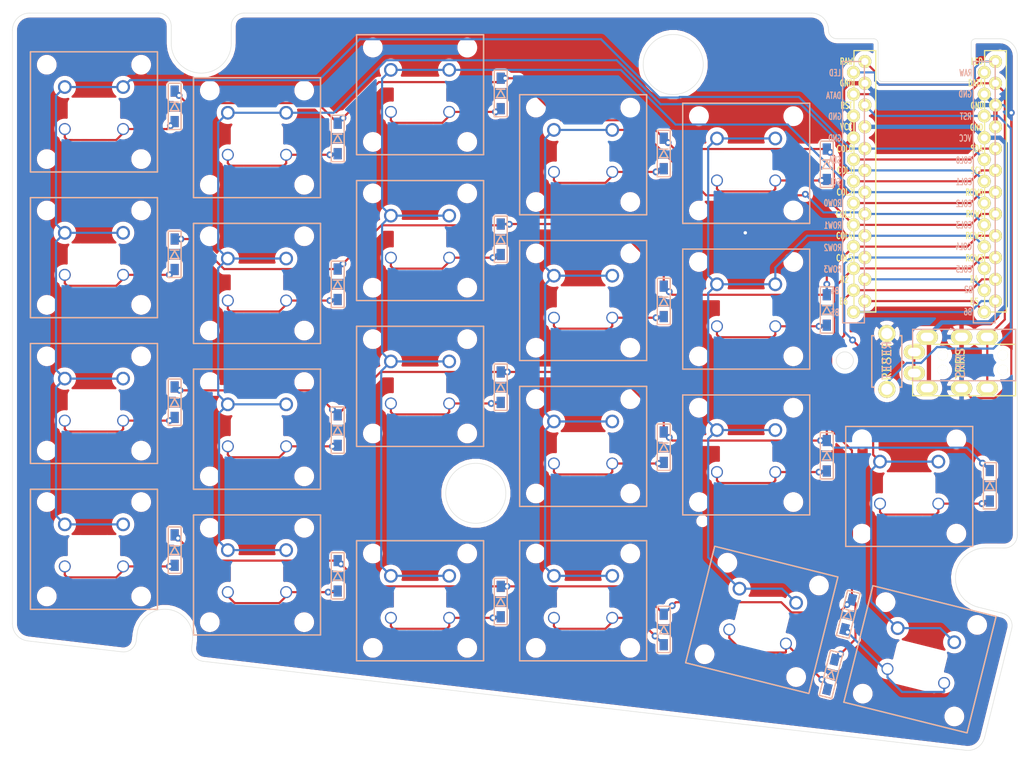
<source format=kicad_pcb>
(kicad_pcb (version 20171130) (host pcbnew "(5.1.8)-1")
  (layers (0 F.Cu signal) (31 B.Cu signal) (34 B.Paste user) (35 F.Paste user) (36 B.SilkS user) (37 F.SilkS user) (38 B.Mask user) (39 F.Mask user) (44 Edge.Cuts user))
  (net 0 "")
  (net 1 "Net-(D1-Pad2)")
  (net 2 row1)
  (net 3 row2)
  (net 4 "Net-(D2-Pad2)")
  (net 5 row3)
  (net 6 "Net-(D3-Pad2)")
  (net 7 row4)
  (net 8 "Net-(D4-Pad2)")
  (net 9 "Net-(D5-Pad2)")
  (net 10 "Net-(D6-Pad2)")
  (net 11 "Net-(D7-Pad2)")
  (net 12 "Net-(D8-Pad2)")
  (net 13 "Net-(D9-Pad2)")
  (net 14 "Net-(D10-Pad2)")
  (net 15 "Net-(D11-Pad2)")
  (net 16 "Net-(D12-Pad2)")
  (net 17 "Net-(D13-Pad2)")
  (net 18 "Net-(D14-Pad2)")
  (net 19 "Net-(D15-Pad2)")
  (net 20 "Net-(D16-Pad2)")
  (net 21 "Net-(D17-Pad2)")
  (net 22 "Net-(D18-Pad2)")
  (net 23 "Net-(D19-Pad2)")
  (net 24 "Net-(D20-Pad2)")
  (net 25 "Net-(D21-Pad2)")
  (net 26 "Net-(D22-Pad2)")
  (net 27 VCC)
  (net 28 "Net-(J1-PadA)")
  (net 29 date)
  (net 30 GND)
  (net 31 col0)
  (net 32 col1)
  (net 33 col2)
  (net 34 col3)
  (net 35 col4)
  (net 36 col5)
  (net 37 RST)
  (net 38 "Net-(U1-Pad24)")
  (net 39 "Net-(U1-Pad13)")
  (net 40 "Net-(U1-Pad12)")
  (net 41 "Net-(U1-Pad7)")
  (net 42 "Net-(U1-Pad6)")
  (net 43 "Net-(U1-Pad5)")
  (net 44 "Net-(U1-Pad1)")
  (net 45 "Net-(U1-Pad14)")
  (module kailh-pg1425-x-switch:Kailh-PG1425-X-Switch-reversible (layer F.Cu) (at 152 92)
    (fp_text reference SW14 hide)
    (fp_text value SW_PUSH)
    (pad 1 thru_hole circle (at -6.800008 -0.000164 180) (size 1.6 1.6) (drill 1.1) (layers *.Cu *.Mask) (net 34 col3))
    (pad "" np_thru_hole circle (at -8.900008 -2.600164 180) (size 1.3 1.3) (drill 1.3) (layers *.Cu *.Mask))
    (pad "" np_thru_hole circle (at 2.099992 8.399836 180) (size 1.3 1.3) (drill 1.3) (layers *.Cu *.Mask))
    (pad 2 thru_hole circle (at -6.800008 4.899836 180) (size 1.4 1.4) (drill 1.1) (layers *.Cu *.Mask) (net 18 "Net-(D14-Pad2)"))
    (pad "" np_thru_hole circle (at -8.9 8.4) (size 1.3 1.3) (drill 1.3) (layers *.Cu *.Mask))
    (pad "" np_thru_hole circle (at 2.1 -2.6) (size 1.3 1.3) (drill 1.3) (layers *.Cu *.Mask))
    (pad 2 thru_hole circle (at 0 4.9) (size 1.4 1.4) (drill 1.1) (layers *.Cu *.Mask) (net 18 "Net-(D14-Pad2)"))
    (pad 1 thru_hole circle (at 0 0) (size 1.6 1.6) (drill 1.1) (layers *.Cu *.Mask) (net 34 col3))
    (pad "" np_thru_hole oval (at -3.4 3.8) (size 5.1 4.1) (drill oval 5.1 4.1) (layers *.Cu *.Mask))
    (pad "" np_thru_hole oval (at -1.85 3.8) (size 2 4.1) (drill oval 2 4.1) (layers *.Cu *.Mask))
    (pad "" np_thru_hole oval (at -4.95 3.8) (size 2 4.1) (drill oval 2 4.1) (layers *.Cu *.Mask))
    (pad "" np_thru_hole oval (at -1 3.8) (size 0.3 4.1) (drill oval 0.3 4.1) (layers *.Cu *.Mask))
    (pad "" np_thru_hole oval (at -5.8 3.8) (size 0.3 4.1) (drill oval 0.3 4.1) (layers *.Cu *.Mask))
    (pad "" np_thru_hole oval (at -3.4 5.7) (size 5.1 0.3) (drill oval 5.1 0.3) (layers *.Cu *.Mask))
    (pad "" np_thru_hole oval (at -3.4 1.9) (size 5.1 0.3) (drill oval 5.1 0.3) (layers *.Cu *.Mask))
  )
  (module kbd:ResetSW (layer F.Cu) (at 184 102 90)
    (fp_text reference SW23 hide)
    (fp_text value SW_PUSH)
    (fp_text user RESET (at 0.127 0 90) (layer B.SilkS) (effects (justify mirror)))
    (fp_text user RESET (at 0 0 90) (layer F.SilkS))
    (pad 1 thru_hole circle (at 3.25 0 90) (size 2 2) (drill 1.3) (layers *.Cu *.Mask F.SilkS) (net 30 GND))
    (pad 2 thru_hole circle (at -3.25 0 90) (size 2 2) (drill 1.3) (layers *.Cu *.Mask F.SilkS) (net 37 RST))
  )
  (module kbd:MJ-4PP-9 (layer F.Cu) (at 199 103 270)
    (fp_text reference J1)
    (fp_text value MJ-4PP-9 hide)
    (fp_text user TRRS (at -0.8255 6.4135 90) (layer B.SilkS) (effects (justify mirror)))
    (fp_text user TRRS (at -0.75 6.45 90) (layer F.SilkS))
    (pad "" np_thru_hole circle (at -1.75 8.5 270) (size 1.2 1.2) (drill 1.2) (layers *.Cu *.Mask F.SilkS))
    (pad "" np_thru_hole circle (at -1.75 1.5 270) (size 1.2 1.2) (drill 1.2) (layers *.Cu *.Mask F.SilkS))
    (pad D thru_hole oval (at -3.85 10.3 270) (size 1.7 2.5) (drill oval 1 1.5) (layers *.Cu *.Mask F.SilkS) (net 27 VCC) (clearance 0.15))
    (pad A thru_hole oval (at 0.35 11.8 270) (size 1.7 2.5) (drill oval 1 1.5) (layers *.Cu *.Mask F.SilkS) (net 28 "Net-(J1-PadA)") (clearance 0.15))
    (pad B thru_hole oval (at -3.85 3.3 270) (size 1.7 2.5) (drill oval 1 1.5) (layers *.Cu *.Mask F.SilkS) (net 29 date))
    (pad C thru_hole oval (at -3.85 6.3 270) (size 1.7 2.5) (drill oval 1 1.5) (layers *.Cu *.Mask F.SilkS) (net 30 GND))
    (pad "" np_thru_hole circle (at 0 1.5 270) (size 1.2 1.2) (drill 1.2) (layers *.Cu *.Mask F.SilkS))
    (pad "" np_thru_hole circle (at 0 8.5 270) (size 1.2 1.2) (drill 1.2) (layers *.Cu *.Mask F.SilkS))
    (pad B thru_hole oval (at 2.1 3.3 270) (size 1.7 2.5) (drill oval 1 1.5) (layers *.Cu *.Mask F.SilkS) (net 29 date))
    (pad C thru_hole oval (at 2.1 6.3 270) (size 1.7 2.5) (drill oval 1 1.5) (layers *.Cu *.Mask F.SilkS) (net 30 GND))
    (pad D thru_hole oval (at 2.1 10.3 270) (size 1.7 2.5) (drill oval 1 1.5) (layers *.Cu *.Mask F.SilkS) (net 27 VCC) (clearance 0.15))
    (pad A thru_hole oval (at -2.1 11.8 270) (size 1.7 2.5) (drill oval 1 1.5) (layers *.Cu *.Mask F.SilkS) (net 28 "Net-(J1-PadA)") (clearance 0.15))
  )
  (module kailh-pg1425-x-switch:Kailh-PG1425-X-Switch-reversible (layer F.Cu) (at 95 70)
    (fp_text reference SW1 hide)
    (fp_text value SW_PUSH)
    (pad 1 thru_hole circle (at -6.800008 -0.000164 180) (size 1.6 1.6) (drill 1.1) (layers *.Cu *.Mask) (net 31 col0))
    (pad "" np_thru_hole circle (at -8.900008 -2.600164 180) (size 1.3 1.3) (drill 1.3) (layers *.Cu *.Mask))
    (pad "" np_thru_hole circle (at 2.099992 8.399836 180) (size 1.3 1.3) (drill 1.3) (layers *.Cu *.Mask))
    (pad 2 thru_hole circle (at -6.800008 4.899836 180) (size 1.4 1.4) (drill 1.1) (layers *.Cu *.Mask) (net 1 "Net-(D1-Pad2)"))
    (pad "" np_thru_hole circle (at -8.9 8.4) (size 1.3 1.3) (drill 1.3) (layers *.Cu *.Mask))
    (pad "" np_thru_hole circle (at 2.1 -2.6) (size 1.3 1.3) (drill 1.3) (layers *.Cu *.Mask))
    (pad 2 thru_hole circle (at 0 4.9) (size 1.4 1.4) (drill 1.1) (layers *.Cu *.Mask) (net 1 "Net-(D1-Pad2)"))
    (pad 1 thru_hole circle (at 0 0) (size 1.6 1.6) (drill 1.1) (layers *.Cu *.Mask) (net 31 col0))
    (pad "" np_thru_hole oval (at -3.4 3.8) (size 5.1 4.1) (drill oval 5.1 4.1) (layers *.Cu *.Mask))
    (pad "" np_thru_hole oval (at -1.85 3.8) (size 2 4.1) (drill oval 2 4.1) (layers *.Cu *.Mask))
    (pad "" np_thru_hole oval (at -4.95 3.8) (size 2 4.1) (drill oval 2 4.1) (layers *.Cu *.Mask))
    (pad "" np_thru_hole oval (at -1 3.8) (size 0.3 4.1) (drill oval 0.3 4.1) (layers *.Cu *.Mask))
    (pad "" np_thru_hole oval (at -5.8 3.8) (size 0.3 4.1) (drill oval 0.3 4.1) (layers *.Cu *.Mask))
    (pad "" np_thru_hole oval (at -3.4 5.7) (size 5.1 0.3) (drill oval 5.1 0.3) (layers *.Cu *.Mask))
    (pad "" np_thru_hole oval (at -3.4 1.9) (size 5.1 0.3) (drill oval 5.1 0.3) (layers *.Cu *.Mask))
  )
  (module kailh-pg1425-x-switch:Kailh-PG1425-X-Switch-reversible (layer F.Cu) (at 95 87)
    (fp_text reference SW2 hide)
    (fp_text value SW_PUSH)
    (pad "" np_thru_hole oval (at -3.4 1.9) (size 5.1 0.3) (drill oval 5.1 0.3) (layers *.Cu *.Mask))
    (pad "" np_thru_hole oval (at -3.4 5.7) (size 5.1 0.3) (drill oval 5.1 0.3) (layers *.Cu *.Mask))
    (pad "" np_thru_hole oval (at -5.8 3.8) (size 0.3 4.1) (drill oval 0.3 4.1) (layers *.Cu *.Mask))
    (pad "" np_thru_hole oval (at -1 3.8) (size 0.3 4.1) (drill oval 0.3 4.1) (layers *.Cu *.Mask))
    (pad "" np_thru_hole oval (at -4.95 3.8) (size 2 4.1) (drill oval 2 4.1) (layers *.Cu *.Mask))
    (pad "" np_thru_hole oval (at -1.85 3.8) (size 2 4.1) (drill oval 2 4.1) (layers *.Cu *.Mask))
    (pad "" np_thru_hole oval (at -3.4 3.8) (size 5.1 4.1) (drill oval 5.1 4.1) (layers *.Cu *.Mask))
    (pad 1 thru_hole circle (at 0 0) (size 1.6 1.6) (drill 1.1) (layers *.Cu *.Mask) (net 31 col0))
    (pad 2 thru_hole circle (at 0 4.9) (size 1.4 1.4) (drill 1.1) (layers *.Cu *.Mask) (net 4 "Net-(D2-Pad2)"))
    (pad "" np_thru_hole circle (at 2.1 -2.6) (size 1.3 1.3) (drill 1.3) (layers *.Cu *.Mask))
    (pad "" np_thru_hole circle (at -8.9 8.4) (size 1.3 1.3) (drill 1.3) (layers *.Cu *.Mask))
    (pad 2 thru_hole circle (at -6.800008 4.899836 180) (size 1.4 1.4) (drill 1.1) (layers *.Cu *.Mask) (net 4 "Net-(D2-Pad2)"))
    (pad "" np_thru_hole circle (at 2.099992 8.399836 180) (size 1.3 1.3) (drill 1.3) (layers *.Cu *.Mask))
    (pad "" np_thru_hole circle (at -8.900008 -2.600164 180) (size 1.3 1.3) (drill 1.3) (layers *.Cu *.Mask))
    (pad 1 thru_hole circle (at -6.800008 -0.000164 180) (size 1.6 1.6) (drill 1.1) (layers *.Cu *.Mask) (net 31 col0))
  )
  (module kailh-pg1425-x-switch:Kailh-PG1425-X-Switch-reversible (layer F.Cu) (at 95 104)
    (fp_text reference SW3 hide)
    (fp_text value SW_PUSH)
    (pad 1 thru_hole circle (at -6.800008 -0.000164 180) (size 1.6 1.6) (drill 1.1) (layers *.Cu *.Mask) (net 31 col0))
    (pad "" np_thru_hole circle (at -8.900008 -2.600164 180) (size 1.3 1.3) (drill 1.3) (layers *.Cu *.Mask))
    (pad "" np_thru_hole circle (at 2.099992 8.399836 180) (size 1.3 1.3) (drill 1.3) (layers *.Cu *.Mask))
    (pad 2 thru_hole circle (at -6.800008 4.899836 180) (size 1.4 1.4) (drill 1.1) (layers *.Cu *.Mask) (net 6 "Net-(D3-Pad2)"))
    (pad "" np_thru_hole circle (at -8.9 8.4) (size 1.3 1.3) (drill 1.3) (layers *.Cu *.Mask))
    (pad "" np_thru_hole circle (at 2.1 -2.6) (size 1.3 1.3) (drill 1.3) (layers *.Cu *.Mask))
    (pad 2 thru_hole circle (at 0 4.9) (size 1.4 1.4) (drill 1.1) (layers *.Cu *.Mask) (net 6 "Net-(D3-Pad2)"))
    (pad 1 thru_hole circle (at 0 0) (size 1.6 1.6) (drill 1.1) (layers *.Cu *.Mask) (net 31 col0))
    (pad "" np_thru_hole oval (at -3.4 3.8) (size 5.1 4.1) (drill oval 5.1 4.1) (layers *.Cu *.Mask))
    (pad "" np_thru_hole oval (at -1.85 3.8) (size 2 4.1) (drill oval 2 4.1) (layers *.Cu *.Mask))
    (pad "" np_thru_hole oval (at -4.95 3.8) (size 2 4.1) (drill oval 2 4.1) (layers *.Cu *.Mask))
    (pad "" np_thru_hole oval (at -1 3.8) (size 0.3 4.1) (drill oval 0.3 4.1) (layers *.Cu *.Mask))
    (pad "" np_thru_hole oval (at -5.8 3.8) (size 0.3 4.1) (drill oval 0.3 4.1) (layers *.Cu *.Mask))
    (pad "" np_thru_hole oval (at -3.4 5.7) (size 5.1 0.3) (drill oval 5.1 0.3) (layers *.Cu *.Mask))
    (pad "" np_thru_hole oval (at -3.4 1.9) (size 5.1 0.3) (drill oval 5.1 0.3) (layers *.Cu *.Mask))
  )
  (module kailh-pg1425-x-switch:Kailh-PG1425-X-Switch-reversible (layer F.Cu) (at 95 121.000164)
    (fp_text reference SW4 hide)
    (fp_text value SW_PUSH)
    (pad "" np_thru_hole oval (at -3.4 1.9) (size 5.1 0.3) (drill oval 5.1 0.3) (layers *.Cu *.Mask))
    (pad "" np_thru_hole oval (at -3.4 5.7) (size 5.1 0.3) (drill oval 5.1 0.3) (layers *.Cu *.Mask))
    (pad "" np_thru_hole oval (at -5.8 3.8) (size 0.3 4.1) (drill oval 0.3 4.1) (layers *.Cu *.Mask))
    (pad "" np_thru_hole oval (at -1 3.8) (size 0.3 4.1) (drill oval 0.3 4.1) (layers *.Cu *.Mask))
    (pad "" np_thru_hole oval (at -4.95 3.8) (size 2 4.1) (drill oval 2 4.1) (layers *.Cu *.Mask))
    (pad "" np_thru_hole oval (at -1.85 3.8) (size 2 4.1) (drill oval 2 4.1) (layers *.Cu *.Mask))
    (pad "" np_thru_hole oval (at -3.4 3.8) (size 5.1 4.1) (drill oval 5.1 4.1) (layers *.Cu *.Mask))
    (pad 1 thru_hole circle (at 0 0) (size 1.6 1.6) (drill 1.1) (layers *.Cu *.Mask) (net 31 col0))
    (pad 2 thru_hole circle (at 0 4.9) (size 1.4 1.4) (drill 1.1) (layers *.Cu *.Mask) (net 8 "Net-(D4-Pad2)"))
    (pad "" np_thru_hole circle (at 2.1 -2.6) (size 1.3 1.3) (drill 1.3) (layers *.Cu *.Mask))
    (pad "" np_thru_hole circle (at -8.9 8.4) (size 1.3 1.3) (drill 1.3) (layers *.Cu *.Mask))
    (pad 2 thru_hole circle (at -6.800008 4.899836 180) (size 1.4 1.4) (drill 1.1) (layers *.Cu *.Mask) (net 8 "Net-(D4-Pad2)"))
    (pad "" np_thru_hole circle (at 2.099992 8.399836 180) (size 1.3 1.3) (drill 1.3) (layers *.Cu *.Mask))
    (pad "" np_thru_hole circle (at -8.900008 -2.600164 180) (size 1.3 1.3) (drill 1.3) (layers *.Cu *.Mask))
    (pad 1 thru_hole circle (at -6.800008 -0.000164 180) (size 1.6 1.6) (drill 1.1) (layers *.Cu *.Mask) (net 31 col0))
  )
  (module kailh-pg1425-x-switch:Kailh-PG1425-X-Switch-reversible (layer F.Cu) (at 114 73)
    (fp_text reference SW5 hide)
    (fp_text value SW_PUSH)
    (pad 1 thru_hole circle (at -6.800008 -0.000164 180) (size 1.6 1.6) (drill 1.1) (layers *.Cu *.Mask) (net 32 col1))
    (pad "" np_thru_hole circle (at -8.900008 -2.600164 180) (size 1.3 1.3) (drill 1.3) (layers *.Cu *.Mask))
    (pad "" np_thru_hole circle (at 2.099992 8.399836 180) (size 1.3 1.3) (drill 1.3) (layers *.Cu *.Mask))
    (pad 2 thru_hole circle (at -6.800008 4.899836 180) (size 1.4 1.4) (drill 1.1) (layers *.Cu *.Mask) (net 9 "Net-(D5-Pad2)"))
    (pad "" np_thru_hole circle (at -8.9 8.4) (size 1.3 1.3) (drill 1.3) (layers *.Cu *.Mask))
    (pad "" np_thru_hole circle (at 2.1 -2.6) (size 1.3 1.3) (drill 1.3) (layers *.Cu *.Mask))
    (pad 2 thru_hole circle (at 0 4.9) (size 1.4 1.4) (drill 1.1) (layers *.Cu *.Mask) (net 9 "Net-(D5-Pad2)"))
    (pad 1 thru_hole circle (at 0 0) (size 1.6 1.6) (drill 1.1) (layers *.Cu *.Mask) (net 32 col1))
    (pad "" np_thru_hole oval (at -3.4 3.8) (size 5.1 4.1) (drill oval 5.1 4.1) (layers *.Cu *.Mask))
    (pad "" np_thru_hole oval (at -1.85 3.8) (size 2 4.1) (drill oval 2 4.1) (layers *.Cu *.Mask))
    (pad "" np_thru_hole oval (at -4.95 3.8) (size 2 4.1) (drill oval 2 4.1) (layers *.Cu *.Mask))
    (pad "" np_thru_hole oval (at -1 3.8) (size 0.3 4.1) (drill oval 0.3 4.1) (layers *.Cu *.Mask))
    (pad "" np_thru_hole oval (at -5.8 3.8) (size 0.3 4.1) (drill oval 0.3 4.1) (layers *.Cu *.Mask))
    (pad "" np_thru_hole oval (at -3.4 5.7) (size 5.1 0.3) (drill oval 5.1 0.3) (layers *.Cu *.Mask))
    (pad "" np_thru_hole oval (at -3.4 1.9) (size 5.1 0.3) (drill oval 5.1 0.3) (layers *.Cu *.Mask))
  )
  (module kailh-pg1425-x-switch:Kailh-PG1425-X-Switch-reversible (layer F.Cu) (at 114 90)
    (fp_text reference SW6 hide)
    (fp_text value SW_PUSH)
    (pad "" np_thru_hole oval (at -3.4 1.9) (size 5.1 0.3) (drill oval 5.1 0.3) (layers *.Cu *.Mask))
    (pad "" np_thru_hole oval (at -3.4 5.7) (size 5.1 0.3) (drill oval 5.1 0.3) (layers *.Cu *.Mask))
    (pad "" np_thru_hole oval (at -5.8 3.8) (size 0.3 4.1) (drill oval 0.3 4.1) (layers *.Cu *.Mask))
    (pad "" np_thru_hole oval (at -1 3.8) (size 0.3 4.1) (drill oval 0.3 4.1) (layers *.Cu *.Mask))
    (pad "" np_thru_hole oval (at -4.95 3.8) (size 2 4.1) (drill oval 2 4.1) (layers *.Cu *.Mask))
    (pad "" np_thru_hole oval (at -1.85 3.8) (size 2 4.1) (drill oval 2 4.1) (layers *.Cu *.Mask))
    (pad "" np_thru_hole oval (at -3.4 3.8) (size 5.1 4.1) (drill oval 5.1 4.1) (layers *.Cu *.Mask))
    (pad 1 thru_hole circle (at 0 0) (size 1.6 1.6) (drill 1.1) (layers *.Cu *.Mask) (net 32 col1))
    (pad 2 thru_hole circle (at 0 4.9) (size 1.4 1.4) (drill 1.1) (layers *.Cu *.Mask) (net 10 "Net-(D6-Pad2)"))
    (pad "" np_thru_hole circle (at 2.1 -2.6) (size 1.3 1.3) (drill 1.3) (layers *.Cu *.Mask))
    (pad "" np_thru_hole circle (at -8.9 8.4) (size 1.3 1.3) (drill 1.3) (layers *.Cu *.Mask))
    (pad 2 thru_hole circle (at -6.800008 4.899836 180) (size 1.4 1.4) (drill 1.1) (layers *.Cu *.Mask) (net 10 "Net-(D6-Pad2)"))
    (pad "" np_thru_hole circle (at 2.099992 8.399836 180) (size 1.3 1.3) (drill 1.3) (layers *.Cu *.Mask))
    (pad "" np_thru_hole circle (at -8.900008 -2.600164 180) (size 1.3 1.3) (drill 1.3) (layers *.Cu *.Mask))
    (pad 1 thru_hole circle (at -6.800008 -0.000164 180) (size 1.6 1.6) (drill 1.1) (layers *.Cu *.Mask) (net 32 col1))
  )
  (module kailh-pg1425-x-switch:Kailh-PG1425-X-Switch-reversible (layer F.Cu) (at 114 107)
    (fp_text reference SW7 hide)
    (fp_text value SW_PUSH)
    (pad 1 thru_hole circle (at -6.800008 -0.000164 180) (size 1.6 1.6) (drill 1.1) (layers *.Cu *.Mask) (net 32 col1))
    (pad "" np_thru_hole circle (at -8.900008 -2.600164 180) (size 1.3 1.3) (drill 1.3) (layers *.Cu *.Mask))
    (pad "" np_thru_hole circle (at 2.099992 8.399836 180) (size 1.3 1.3) (drill 1.3) (layers *.Cu *.Mask))
    (pad 2 thru_hole circle (at -6.800008 4.899836 180) (size 1.4 1.4) (drill 1.1) (layers *.Cu *.Mask) (net 11 "Net-(D7-Pad2)"))
    (pad "" np_thru_hole circle (at -8.9 8.4) (size 1.3 1.3) (drill 1.3) (layers *.Cu *.Mask))
    (pad "" np_thru_hole circle (at 2.1 -2.6) (size 1.3 1.3) (drill 1.3) (layers *.Cu *.Mask))
    (pad 2 thru_hole circle (at 0 4.9) (size 1.4 1.4) (drill 1.1) (layers *.Cu *.Mask) (net 11 "Net-(D7-Pad2)"))
    (pad 1 thru_hole circle (at 0 0) (size 1.6 1.6) (drill 1.1) (layers *.Cu *.Mask) (net 32 col1))
    (pad "" np_thru_hole oval (at -3.4 3.8) (size 5.1 4.1) (drill oval 5.1 4.1) (layers *.Cu *.Mask))
    (pad "" np_thru_hole oval (at -1.85 3.8) (size 2 4.1) (drill oval 2 4.1) (layers *.Cu *.Mask))
    (pad "" np_thru_hole oval (at -4.95 3.8) (size 2 4.1) (drill oval 2 4.1) (layers *.Cu *.Mask))
    (pad "" np_thru_hole oval (at -1 3.8) (size 0.3 4.1) (drill oval 0.3 4.1) (layers *.Cu *.Mask))
    (pad "" np_thru_hole oval (at -5.8 3.8) (size 0.3 4.1) (drill oval 0.3 4.1) (layers *.Cu *.Mask))
    (pad "" np_thru_hole oval (at -3.4 5.7) (size 5.1 0.3) (drill oval 5.1 0.3) (layers *.Cu *.Mask))
    (pad "" np_thru_hole oval (at -3.4 1.9) (size 5.1 0.3) (drill oval 5.1 0.3) (layers *.Cu *.Mask))
  )
  (module kailh-pg1425-x-switch:Kailh-PG1425-X-Switch-reversible (layer F.Cu) (at 114 124)
    (fp_text reference SW8 hide)
    (fp_text value SW_PUSH)
    (pad "" np_thru_hole oval (at -3.4 1.9) (size 5.1 0.3) (drill oval 5.1 0.3) (layers *.Cu *.Mask))
    (pad "" np_thru_hole oval (at -3.4 5.7) (size 5.1 0.3) (drill oval 5.1 0.3) (layers *.Cu *.Mask))
    (pad "" np_thru_hole oval (at -5.8 3.8) (size 0.3 4.1) (drill oval 0.3 4.1) (layers *.Cu *.Mask))
    (pad "" np_thru_hole oval (at -1 3.8) (size 0.3 4.1) (drill oval 0.3 4.1) (layers *.Cu *.Mask))
    (pad "" np_thru_hole oval (at -4.95 3.8) (size 2 4.1) (drill oval 2 4.1) (layers *.Cu *.Mask))
    (pad "" np_thru_hole oval (at -1.85 3.8) (size 2 4.1) (drill oval 2 4.1) (layers *.Cu *.Mask))
    (pad "" np_thru_hole oval (at -3.4 3.8) (size 5.1 4.1) (drill oval 5.1 4.1) (layers *.Cu *.Mask))
    (pad 1 thru_hole circle (at 0 0) (size 1.6 1.6) (drill 1.1) (layers *.Cu *.Mask) (net 32 col1))
    (pad 2 thru_hole circle (at 0 4.9) (size 1.4 1.4) (drill 1.1) (layers *.Cu *.Mask) (net 12 "Net-(D8-Pad2)"))
    (pad "" np_thru_hole circle (at 2.1 -2.6) (size 1.3 1.3) (drill 1.3) (layers *.Cu *.Mask))
    (pad "" np_thru_hole circle (at -8.9 8.4) (size 1.3 1.3) (drill 1.3) (layers *.Cu *.Mask))
    (pad 2 thru_hole circle (at -6.800008 4.899836 180) (size 1.4 1.4) (drill 1.1) (layers *.Cu *.Mask) (net 12 "Net-(D8-Pad2)"))
    (pad "" np_thru_hole circle (at 2.099992 8.399836 180) (size 1.3 1.3) (drill 1.3) (layers *.Cu *.Mask))
    (pad "" np_thru_hole circle (at -8.900008 -2.600164 180) (size 1.3 1.3) (drill 1.3) (layers *.Cu *.Mask))
    (pad 1 thru_hole circle (at -6.800008 -0.000164 180) (size 1.6 1.6) (drill 1.1) (layers *.Cu *.Mask) (net 32 col1))
  )
  (module kailh-pg1425-x-switch:Kailh-PG1425-X-Switch-reversible (layer F.Cu) (at 133 68)
    (fp_text reference SW9 hide)
    (fp_text value SW_PUSH)
    (pad 1 thru_hole circle (at -6.800008 -0.000164 180) (size 1.6 1.6) (drill 1.1) (layers *.Cu *.Mask) (net 33 col2))
    (pad "" np_thru_hole circle (at -8.900008 -2.600164 180) (size 1.3 1.3) (drill 1.3) (layers *.Cu *.Mask))
    (pad "" np_thru_hole circle (at 2.099992 8.399836 180) (size 1.3 1.3) (drill 1.3) (layers *.Cu *.Mask))
    (pad 2 thru_hole circle (at -6.800008 4.899836 180) (size 1.4 1.4) (drill 1.1) (layers *.Cu *.Mask) (net 13 "Net-(D9-Pad2)"))
    (pad "" np_thru_hole circle (at -8.9 8.4) (size 1.3 1.3) (drill 1.3) (layers *.Cu *.Mask))
    (pad "" np_thru_hole circle (at 2.1 -2.6) (size 1.3 1.3) (drill 1.3) (layers *.Cu *.Mask))
    (pad 2 thru_hole circle (at 0 4.9) (size 1.4 1.4) (drill 1.1) (layers *.Cu *.Mask) (net 13 "Net-(D9-Pad2)"))
    (pad 1 thru_hole circle (at 0 0) (size 1.6 1.6) (drill 1.1) (layers *.Cu *.Mask) (net 33 col2))
    (pad "" np_thru_hole oval (at -3.4 3.8) (size 5.1 4.1) (drill oval 5.1 4.1) (layers *.Cu *.Mask))
    (pad "" np_thru_hole oval (at -1.85 3.8) (size 2 4.1) (drill oval 2 4.1) (layers *.Cu *.Mask))
    (pad "" np_thru_hole oval (at -4.95 3.8) (size 2 4.1) (drill oval 2 4.1) (layers *.Cu *.Mask))
    (pad "" np_thru_hole oval (at -1 3.8) (size 0.3 4.1) (drill oval 0.3 4.1) (layers *.Cu *.Mask))
    (pad "" np_thru_hole oval (at -5.8 3.8) (size 0.3 4.1) (drill oval 0.3 4.1) (layers *.Cu *.Mask))
    (pad "" np_thru_hole oval (at -3.4 5.7) (size 5.1 0.3) (drill oval 5.1 0.3) (layers *.Cu *.Mask))
    (pad "" np_thru_hole oval (at -3.4 1.9) (size 5.1 0.3) (drill oval 5.1 0.3) (layers *.Cu *.Mask))
  )
  (module kailh-pg1425-x-switch:Kailh-PG1425-X-Switch-reversible (layer F.Cu) (at 133 85)
    (fp_text reference SW10 hide)
    (fp_text value SW_PUSH)
    (pad "" np_thru_hole oval (at -3.4 1.9) (size 5.1 0.3) (drill oval 5.1 0.3) (layers *.Cu *.Mask))
    (pad "" np_thru_hole oval (at -3.4 5.7) (size 5.1 0.3) (drill oval 5.1 0.3) (layers *.Cu *.Mask))
    (pad "" np_thru_hole oval (at -5.8 3.8) (size 0.3 4.1) (drill oval 0.3 4.1) (layers *.Cu *.Mask))
    (pad "" np_thru_hole oval (at -1 3.8) (size 0.3 4.1) (drill oval 0.3 4.1) (layers *.Cu *.Mask))
    (pad "" np_thru_hole oval (at -4.95 3.8) (size 2 4.1) (drill oval 2 4.1) (layers *.Cu *.Mask))
    (pad "" np_thru_hole oval (at -1.85 3.8) (size 2 4.1) (drill oval 2 4.1) (layers *.Cu *.Mask))
    (pad "" np_thru_hole oval (at -3.4 3.8) (size 5.1 4.1) (drill oval 5.1 4.1) (layers *.Cu *.Mask))
    (pad 1 thru_hole circle (at 0 0) (size 1.6 1.6) (drill 1.1) (layers *.Cu *.Mask) (net 33 col2))
    (pad 2 thru_hole circle (at 0 4.9) (size 1.4 1.4) (drill 1.1) (layers *.Cu *.Mask) (net 14 "Net-(D10-Pad2)"))
    (pad "" np_thru_hole circle (at 2.1 -2.6) (size 1.3 1.3) (drill 1.3) (layers *.Cu *.Mask))
    (pad "" np_thru_hole circle (at -8.9 8.4) (size 1.3 1.3) (drill 1.3) (layers *.Cu *.Mask))
    (pad 2 thru_hole circle (at -6.800008 4.899836 180) (size 1.4 1.4) (drill 1.1) (layers *.Cu *.Mask) (net 14 "Net-(D10-Pad2)"))
    (pad "" np_thru_hole circle (at 2.099992 8.399836 180) (size 1.3 1.3) (drill 1.3) (layers *.Cu *.Mask))
    (pad "" np_thru_hole circle (at -8.900008 -2.600164 180) (size 1.3 1.3) (drill 1.3) (layers *.Cu *.Mask))
    (pad 1 thru_hole circle (at -6.800008 -0.000164 180) (size 1.6 1.6) (drill 1.1) (layers *.Cu *.Mask) (net 33 col2))
  )
  (module kailh-pg1425-x-switch:Kailh-PG1425-X-Switch-reversible (layer F.Cu) (at 133 102)
    (fp_text reference SW11 hide)
    (fp_text value SW_PUSH)
    (pad 1 thru_hole circle (at -6.800008 -0.000164 180) (size 1.6 1.6) (drill 1.1) (layers *.Cu *.Mask) (net 33 col2))
    (pad "" np_thru_hole circle (at -8.900008 -2.600164 180) (size 1.3 1.3) (drill 1.3) (layers *.Cu *.Mask))
    (pad "" np_thru_hole circle (at 2.099992 8.399836 180) (size 1.3 1.3) (drill 1.3) (layers *.Cu *.Mask))
    (pad 2 thru_hole circle (at -6.800008 4.899836 180) (size 1.4 1.4) (drill 1.1) (layers *.Cu *.Mask) (net 15 "Net-(D11-Pad2)"))
    (pad "" np_thru_hole circle (at -8.9 8.4) (size 1.3 1.3) (drill 1.3) (layers *.Cu *.Mask))
    (pad "" np_thru_hole circle (at 2.1 -2.6) (size 1.3 1.3) (drill 1.3) (layers *.Cu *.Mask))
    (pad 2 thru_hole circle (at 0 4.9) (size 1.4 1.4) (drill 1.1) (layers *.Cu *.Mask) (net 15 "Net-(D11-Pad2)"))
    (pad 1 thru_hole circle (at 0 0) (size 1.6 1.6) (drill 1.1) (layers *.Cu *.Mask) (net 33 col2))
    (pad "" np_thru_hole oval (at -3.4 3.8) (size 5.1 4.1) (drill oval 5.1 4.1) (layers *.Cu *.Mask))
    (pad "" np_thru_hole oval (at -1.85 3.8) (size 2 4.1) (drill oval 2 4.1) (layers *.Cu *.Mask))
    (pad "" np_thru_hole oval (at -4.95 3.8) (size 2 4.1) (drill oval 2 4.1) (layers *.Cu *.Mask))
    (pad "" np_thru_hole oval (at -1 3.8) (size 0.3 4.1) (drill oval 0.3 4.1) (layers *.Cu *.Mask))
    (pad "" np_thru_hole oval (at -5.8 3.8) (size 0.3 4.1) (drill oval 0.3 4.1) (layers *.Cu *.Mask))
    (pad "" np_thru_hole oval (at -3.4 5.7) (size 5.1 0.3) (drill oval 5.1 0.3) (layers *.Cu *.Mask))
    (pad "" np_thru_hole oval (at -3.4 1.9) (size 5.1 0.3) (drill oval 5.1 0.3) (layers *.Cu *.Mask))
  )
  (module kailh-pg1425-x-switch:Kailh-PG1425-X-Switch-reversible (layer F.Cu) (at 133 127)
    (fp_text reference SW12 hide)
    (fp_text value SW_PUSH)
    (pad "" np_thru_hole oval (at -3.4 1.9) (size 5.1 0.3) (drill oval 5.1 0.3) (layers *.Cu *.Mask))
    (pad "" np_thru_hole oval (at -3.4 5.7) (size 5.1 0.3) (drill oval 5.1 0.3) (layers *.Cu *.Mask))
    (pad "" np_thru_hole oval (at -5.8 3.8) (size 0.3 4.1) (drill oval 0.3 4.1) (layers *.Cu *.Mask))
    (pad "" np_thru_hole oval (at -1 3.8) (size 0.3 4.1) (drill oval 0.3 4.1) (layers *.Cu *.Mask))
    (pad "" np_thru_hole oval (at -4.95 3.8) (size 2 4.1) (drill oval 2 4.1) (layers *.Cu *.Mask))
    (pad "" np_thru_hole oval (at -1.85 3.8) (size 2 4.1) (drill oval 2 4.1) (layers *.Cu *.Mask))
    (pad "" np_thru_hole oval (at -3.4 3.8) (size 5.1 4.1) (drill oval 5.1 4.1) (layers *.Cu *.Mask))
    (pad 1 thru_hole circle (at 0 0) (size 1.6 1.6) (drill 1.1) (layers *.Cu *.Mask) (net 33 col2))
    (pad 2 thru_hole circle (at 0 4.9) (size 1.4 1.4) (drill 1.1) (layers *.Cu *.Mask) (net 16 "Net-(D12-Pad2)"))
    (pad "" np_thru_hole circle (at 2.1 -2.6) (size 1.3 1.3) (drill 1.3) (layers *.Cu *.Mask))
    (pad "" np_thru_hole circle (at -8.9 8.4) (size 1.3 1.3) (drill 1.3) (layers *.Cu *.Mask))
    (pad 2 thru_hole circle (at -6.800008 4.899836 180) (size 1.4 1.4) (drill 1.1) (layers *.Cu *.Mask) (net 16 "Net-(D12-Pad2)"))
    (pad "" np_thru_hole circle (at 2.099992 8.399836 180) (size 1.3 1.3) (drill 1.3) (layers *.Cu *.Mask))
    (pad "" np_thru_hole circle (at -8.900008 -2.600164 180) (size 1.3 1.3) (drill 1.3) (layers *.Cu *.Mask))
    (pad 1 thru_hole circle (at -6.800008 -0.000164 180) (size 1.6 1.6) (drill 1.1) (layers *.Cu *.Mask) (net 33 col2))
  )
  (module kailh-pg1425-x-switch:Kailh-PG1425-X-Switch-reversible (layer F.Cu) (at 152 75)
    (fp_text reference SW13 hide)
    (fp_text value SW_PUSH)
    (pad "" np_thru_hole oval (at -3.4 1.9) (size 5.1 0.3) (drill oval 5.1 0.3) (layers *.Cu *.Mask))
    (pad "" np_thru_hole oval (at -3.4 5.7) (size 5.1 0.3) (drill oval 5.1 0.3) (layers *.Cu *.Mask))
    (pad "" np_thru_hole oval (at -5.8 3.8) (size 0.3 4.1) (drill oval 0.3 4.1) (layers *.Cu *.Mask))
    (pad "" np_thru_hole oval (at -1 3.8) (size 0.3 4.1) (drill oval 0.3 4.1) (layers *.Cu *.Mask))
    (pad "" np_thru_hole oval (at -4.95 3.8) (size 2 4.1) (drill oval 2 4.1) (layers *.Cu *.Mask))
    (pad "" np_thru_hole oval (at -1.85 3.8) (size 2 4.1) (drill oval 2 4.1) (layers *.Cu *.Mask))
    (pad "" np_thru_hole oval (at -3.4 3.8) (size 5.1 4.1) (drill oval 5.1 4.1) (layers *.Cu *.Mask))
    (pad 1 thru_hole circle (at 0 0) (size 1.6 1.6) (drill 1.1) (layers *.Cu *.Mask) (net 34 col3))
    (pad 2 thru_hole circle (at 0 4.9) (size 1.4 1.4) (drill 1.1) (layers *.Cu *.Mask) (net 17 "Net-(D13-Pad2)"))
    (pad "" np_thru_hole circle (at 2.1 -2.6) (size 1.3 1.3) (drill 1.3) (layers *.Cu *.Mask))
    (pad "" np_thru_hole circle (at -8.9 8.4) (size 1.3 1.3) (drill 1.3) (layers *.Cu *.Mask))
    (pad 2 thru_hole circle (at -6.800008 4.899836 180) (size 1.4 1.4) (drill 1.1) (layers *.Cu *.Mask) (net 17 "Net-(D13-Pad2)"))
    (pad "" np_thru_hole circle (at 2.099992 8.399836 180) (size 1.3 1.3) (drill 1.3) (layers *.Cu *.Mask))
    (pad "" np_thru_hole circle (at -8.900008 -2.600164 180) (size 1.3 1.3) (drill 1.3) (layers *.Cu *.Mask))
    (pad 1 thru_hole circle (at -6.800008 -0.000164 180) (size 1.6 1.6) (drill 1.1) (layers *.Cu *.Mask) (net 34 col3))
  )
  (module kailh-pg1425-x-switch:Kailh-PG1425-X-Switch-reversible (layer F.Cu) (at 152 109)
    (fp_text reference SW15 hide)
    (fp_text value SW_PUSH)
    (pad "" np_thru_hole oval (at -3.4 1.9) (size 5.1 0.3) (drill oval 5.1 0.3) (layers *.Cu *.Mask))
    (pad "" np_thru_hole oval (at -3.4 5.7) (size 5.1 0.3) (drill oval 5.1 0.3) (layers *.Cu *.Mask))
    (pad "" np_thru_hole oval (at -5.8 3.8) (size 0.3 4.1) (drill oval 0.3 4.1) (layers *.Cu *.Mask))
    (pad "" np_thru_hole oval (at -1 3.8) (size 0.3 4.1) (drill oval 0.3 4.1) (layers *.Cu *.Mask))
    (pad "" np_thru_hole oval (at -4.95 3.8) (size 2 4.1) (drill oval 2 4.1) (layers *.Cu *.Mask))
    (pad "" np_thru_hole oval (at -1.85 3.8) (size 2 4.1) (drill oval 2 4.1) (layers *.Cu *.Mask))
    (pad "" np_thru_hole oval (at -3.4 3.8) (size 5.1 4.1) (drill oval 5.1 4.1) (layers *.Cu *.Mask))
    (pad 1 thru_hole circle (at 0 0) (size 1.6 1.6) (drill 1.1) (layers *.Cu *.Mask) (net 34 col3))
    (pad 2 thru_hole circle (at 0 4.9) (size 1.4 1.4) (drill 1.1) (layers *.Cu *.Mask) (net 19 "Net-(D15-Pad2)"))
    (pad "" np_thru_hole circle (at 2.1 -2.6) (size 1.3 1.3) (drill 1.3) (layers *.Cu *.Mask))
    (pad "" np_thru_hole circle (at -8.9 8.4) (size 1.3 1.3) (drill 1.3) (layers *.Cu *.Mask))
    (pad 2 thru_hole circle (at -6.800008 4.899836 180) (size 1.4 1.4) (drill 1.1) (layers *.Cu *.Mask) (net 19 "Net-(D15-Pad2)"))
    (pad "" np_thru_hole circle (at 2.099992 8.399836 180) (size 1.3 1.3) (drill 1.3) (layers *.Cu *.Mask))
    (pad "" np_thru_hole circle (at -8.900008 -2.600164 180) (size 1.3 1.3) (drill 1.3) (layers *.Cu *.Mask))
    (pad 1 thru_hole circle (at -6.800008 -0.000164 180) (size 1.6 1.6) (drill 1.1) (layers *.Cu *.Mask) (net 34 col3))
  )
  (module kailh-pg1425-x-switch:Kailh-PG1425-X-Switch-reversible (layer F.Cu) (at 152 127)
    (fp_text reference SW16 hide)
    (fp_text value SW_PUSH)
    (pad 1 thru_hole circle (at -6.800008 -0.000164 180) (size 1.6 1.6) (drill 1.1) (layers *.Cu *.Mask) (net 34 col3))
    (pad "" np_thru_hole circle (at -8.900008 -2.600164 180) (size 1.3 1.3) (drill 1.3) (layers *.Cu *.Mask))
    (pad "" np_thru_hole circle (at 2.099992 8.399836 180) (size 1.3 1.3) (drill 1.3) (layers *.Cu *.Mask))
    (pad 2 thru_hole circle (at -6.800008 4.899836 180) (size 1.4 1.4) (drill 1.1) (layers *.Cu *.Mask) (net 20 "Net-(D16-Pad2)"))
    (pad "" np_thru_hole circle (at -8.9 8.4) (size 1.3 1.3) (drill 1.3) (layers *.Cu *.Mask))
    (pad "" np_thru_hole circle (at 2.1 -2.6) (size 1.3 1.3) (drill 1.3) (layers *.Cu *.Mask))
    (pad 2 thru_hole circle (at 0 4.9) (size 1.4 1.4) (drill 1.1) (layers *.Cu *.Mask) (net 20 "Net-(D16-Pad2)"))
    (pad 1 thru_hole circle (at 0 0) (size 1.6 1.6) (drill 1.1) (layers *.Cu *.Mask) (net 34 col3))
    (pad "" np_thru_hole oval (at -3.4 3.8) (size 5.1 4.1) (drill oval 5.1 4.1) (layers *.Cu *.Mask))
    (pad "" np_thru_hole oval (at -1.85 3.8) (size 2 4.1) (drill oval 2 4.1) (layers *.Cu *.Mask))
    (pad "" np_thru_hole oval (at -4.95 3.8) (size 2 4.1) (drill oval 2 4.1) (layers *.Cu *.Mask))
    (pad "" np_thru_hole oval (at -1 3.8) (size 0.3 4.1) (drill oval 0.3 4.1) (layers *.Cu *.Mask))
    (pad "" np_thru_hole oval (at -5.8 3.8) (size 0.3 4.1) (drill oval 0.3 4.1) (layers *.Cu *.Mask))
    (pad "" np_thru_hole oval (at -3.4 5.7) (size 5.1 0.3) (drill oval 5.1 0.3) (layers *.Cu *.Mask))
    (pad "" np_thru_hole oval (at -3.4 1.9) (size 5.1 0.3) (drill oval 5.1 0.3) (layers *.Cu *.Mask))
  )
  (module kailh-pg1425-x-switch:Kailh-PG1425-X-Switch-reversible (layer F.Cu) (at 171 76)
    (fp_text reference SW17 hide)
    (fp_text value SW_PUSH)
    (pad 1 thru_hole circle (at -6.800008 -0.000164 180) (size 1.6 1.6) (drill 1.1) (layers *.Cu *.Mask) (net 35 col4))
    (pad "" np_thru_hole circle (at -8.900008 -2.600164 180) (size 1.3 1.3) (drill 1.3) (layers *.Cu *.Mask))
    (pad "" np_thru_hole circle (at 2.099992 8.399836 180) (size 1.3 1.3) (drill 1.3) (layers *.Cu *.Mask))
    (pad 2 thru_hole circle (at -6.800008 4.899836 180) (size 1.4 1.4) (drill 1.1) (layers *.Cu *.Mask) (net 21 "Net-(D17-Pad2)"))
    (pad "" np_thru_hole circle (at -8.9 8.4) (size 1.3 1.3) (drill 1.3) (layers *.Cu *.Mask))
    (pad "" np_thru_hole circle (at 2.1 -2.6) (size 1.3 1.3) (drill 1.3) (layers *.Cu *.Mask))
    (pad 2 thru_hole circle (at 0 4.9) (size 1.4 1.4) (drill 1.1) (layers *.Cu *.Mask) (net 21 "Net-(D17-Pad2)"))
    (pad 1 thru_hole circle (at 0 0) (size 1.6 1.6) (drill 1.1) (layers *.Cu *.Mask) (net 35 col4))
    (pad "" np_thru_hole oval (at -3.4 3.8) (size 5.1 4.1) (drill oval 5.1 4.1) (layers *.Cu *.Mask))
    (pad "" np_thru_hole oval (at -1.85 3.8) (size 2 4.1) (drill oval 2 4.1) (layers *.Cu *.Mask))
    (pad "" np_thru_hole oval (at -4.95 3.8) (size 2 4.1) (drill oval 2 4.1) (layers *.Cu *.Mask))
    (pad "" np_thru_hole oval (at -1 3.8) (size 0.3 4.1) (drill oval 0.3 4.1) (layers *.Cu *.Mask))
    (pad "" np_thru_hole oval (at -5.8 3.8) (size 0.3 4.1) (drill oval 0.3 4.1) (layers *.Cu *.Mask))
    (pad "" np_thru_hole oval (at -3.4 5.7) (size 5.1 0.3) (drill oval 5.1 0.3) (layers *.Cu *.Mask))
    (pad "" np_thru_hole oval (at -3.4 1.9) (size 5.1 0.3) (drill oval 5.1 0.3) (layers *.Cu *.Mask))
  )
  (module kailh-pg1425-x-switch:Kailh-PG1425-X-Switch-reversible (layer F.Cu) (at 171 93)
    (fp_text reference SW18 hide)
    (fp_text value SW_PUSH)
    (pad "" np_thru_hole oval (at -3.4 1.9) (size 5.1 0.3) (drill oval 5.1 0.3) (layers *.Cu *.Mask))
    (pad "" np_thru_hole oval (at -3.4 5.7) (size 5.1 0.3) (drill oval 5.1 0.3) (layers *.Cu *.Mask))
    (pad "" np_thru_hole oval (at -5.8 3.8) (size 0.3 4.1) (drill oval 0.3 4.1) (layers *.Cu *.Mask))
    (pad "" np_thru_hole oval (at -1 3.8) (size 0.3 4.1) (drill oval 0.3 4.1) (layers *.Cu *.Mask))
    (pad "" np_thru_hole oval (at -4.95 3.8) (size 2 4.1) (drill oval 2 4.1) (layers *.Cu *.Mask))
    (pad "" np_thru_hole oval (at -1.85 3.8) (size 2 4.1) (drill oval 2 4.1) (layers *.Cu *.Mask))
    (pad "" np_thru_hole oval (at -3.4 3.8) (size 5.1 4.1) (drill oval 5.1 4.1) (layers *.Cu *.Mask))
    (pad 1 thru_hole circle (at 0 0) (size 1.6 1.6) (drill 1.1) (layers *.Cu *.Mask) (net 35 col4))
    (pad 2 thru_hole circle (at 0 4.9) (size 1.4 1.4) (drill 1.1) (layers *.Cu *.Mask) (net 22 "Net-(D18-Pad2)"))
    (pad "" np_thru_hole circle (at 2.1 -2.6) (size 1.3 1.3) (drill 1.3) (layers *.Cu *.Mask))
    (pad "" np_thru_hole circle (at -8.9 8.4) (size 1.3 1.3) (drill 1.3) (layers *.Cu *.Mask))
    (pad 2 thru_hole circle (at -6.800008 4.899836 180) (size 1.4 1.4) (drill 1.1) (layers *.Cu *.Mask) (net 22 "Net-(D18-Pad2)"))
    (pad "" np_thru_hole circle (at 2.099992 8.399836 180) (size 1.3 1.3) (drill 1.3) (layers *.Cu *.Mask))
    (pad "" np_thru_hole circle (at -8.900008 -2.600164 180) (size 1.3 1.3) (drill 1.3) (layers *.Cu *.Mask))
    (pad 1 thru_hole circle (at -6.800008 -0.000164 180) (size 1.6 1.6) (drill 1.1) (layers *.Cu *.Mask) (net 35 col4))
  )
  (module kailh-pg1425-x-switch:Kailh-PG1425-X-Switch-reversible (layer F.Cu) (at 171 110)
    (fp_text reference SW19 hide)
    (fp_text value SW_PUSH)
    (pad "" np_thru_hole oval (at -3.4 1.9) (size 5.1 0.3) (drill oval 5.1 0.3) (layers *.Cu *.Mask))
    (pad "" np_thru_hole oval (at -3.4 5.7) (size 5.1 0.3) (drill oval 5.1 0.3) (layers *.Cu *.Mask))
    (pad "" np_thru_hole oval (at -5.8 3.8) (size 0.3 4.1) (drill oval 0.3 4.1) (layers *.Cu *.Mask))
    (pad "" np_thru_hole oval (at -1 3.8) (size 0.3 4.1) (drill oval 0.3 4.1) (layers *.Cu *.Mask))
    (pad "" np_thru_hole oval (at -4.95 3.8) (size 2 4.1) (drill oval 2 4.1) (layers *.Cu *.Mask))
    (pad "" np_thru_hole oval (at -1.85 3.8) (size 2 4.1) (drill oval 2 4.1) (layers *.Cu *.Mask))
    (pad "" np_thru_hole oval (at -3.4 3.8) (size 5.1 4.1) (drill oval 5.1 4.1) (layers *.Cu *.Mask))
    (pad 1 thru_hole circle (at 0 0) (size 1.6 1.6) (drill 1.1) (layers *.Cu *.Mask) (net 35 col4))
    (pad 2 thru_hole circle (at 0 4.9) (size 1.4 1.4) (drill 1.1) (layers *.Cu *.Mask) (net 23 "Net-(D19-Pad2)"))
    (pad "" np_thru_hole circle (at 2.1 -2.6) (size 1.3 1.3) (drill 1.3) (layers *.Cu *.Mask))
    (pad "" np_thru_hole circle (at -8.9 8.4) (size 1.3 1.3) (drill 1.3) (layers *.Cu *.Mask))
    (pad 2 thru_hole circle (at -6.800008 4.899836 180) (size 1.4 1.4) (drill 1.1) (layers *.Cu *.Mask) (net 23 "Net-(D19-Pad2)"))
    (pad "" np_thru_hole circle (at 2.099992 8.399836 180) (size 1.3 1.3) (drill 1.3) (layers *.Cu *.Mask))
    (pad "" np_thru_hole circle (at -8.900008 -2.600164 180) (size 1.3 1.3) (drill 1.3) (layers *.Cu *.Mask))
    (pad 1 thru_hole circle (at -6.800008 -0.000164 180) (size 1.6 1.6) (drill 1.1) (layers *.Cu *.Mask) (net 35 col4))
  )
  (module kailh-pg1425-x-switch:Kailh-PG1425-X-Switch-reversible (layer F.Cu) (at 190 113.68)
    (fp_text reference SW21 hide)
    (fp_text value SW_PUSH)
    (pad "" np_thru_hole oval (at -3.4 1.9) (size 5.1 0.3) (drill oval 5.1 0.3) (layers *.Cu *.Mask))
    (pad "" np_thru_hole oval (at -3.4 5.7) (size 5.1 0.3) (drill oval 5.1 0.3) (layers *.Cu *.Mask))
    (pad "" np_thru_hole oval (at -5.8 3.8) (size 0.3 4.1) (drill oval 0.3 4.1) (layers *.Cu *.Mask))
    (pad "" np_thru_hole oval (at -1 3.8) (size 0.3 4.1) (drill oval 0.3 4.1) (layers *.Cu *.Mask))
    (pad "" np_thru_hole oval (at -4.95 3.8) (size 2 4.1) (drill oval 2 4.1) (layers *.Cu *.Mask))
    (pad "" np_thru_hole oval (at -1.85 3.8) (size 2 4.1) (drill oval 2 4.1) (layers *.Cu *.Mask))
    (pad "" np_thru_hole oval (at -3.4 3.8) (size 5.1 4.1) (drill oval 5.1 4.1) (layers *.Cu *.Mask))
    (pad 1 thru_hole circle (at 0 0) (size 1.6 1.6) (drill 1.1) (layers *.Cu *.Mask) (net 36 col5))
    (pad 2 thru_hole circle (at 0 4.9) (size 1.4 1.4) (drill 1.1) (layers *.Cu *.Mask) (net 25 "Net-(D21-Pad2)"))
    (pad "" np_thru_hole circle (at 2.1 -2.6) (size 1.3 1.3) (drill 1.3) (layers *.Cu *.Mask))
    (pad "" np_thru_hole circle (at -8.9 8.4) (size 1.3 1.3) (drill 1.3) (layers *.Cu *.Mask))
    (pad 2 thru_hole circle (at -6.800008 4.899836 180) (size 1.4 1.4) (drill 1.1) (layers *.Cu *.Mask) (net 25 "Net-(D21-Pad2)"))
    (pad "" np_thru_hole circle (at 2.099992 8.399836 180) (size 1.3 1.3) (drill 1.3) (layers *.Cu *.Mask))
    (pad "" np_thru_hole circle (at -8.900008 -2.600164 180) (size 1.3 1.3) (drill 1.3) (layers *.Cu *.Mask))
    (pad 1 thru_hole circle (at -6.800008 -0.000164 180) (size 1.6 1.6) (drill 1.1) (layers *.Cu *.Mask) (net 36 col5))
  )
  (module kbd:ProMicro_v2 (layer F.Cu) (at 189 81.5)
    (fp_text reference U1 hide)
    (fp_text value ProMicro hide)
    (fp_text user RAW (at 4.191 -13.1445) (layer B.SilkS) (effects (font (size 0.75 0.5) (thickness 0.125)) (justify mirror)))
    (fp_text user LED (at -11.049 -13.1445) (layer B.SilkS) (effects (font (size 0.75 0.5) (thickness 0.125)) (justify mirror)))
    (fp_text user GND (at 4.1275 -10.668) (layer B.SilkS) (effects (font (size 0.75 0.5) (thickness 0.125)) (justify mirror)))
    (fp_text user DATA (at -11.2 -10.5) (layer B.SilkS) (effects (font (size 0.75 0.5) (thickness 0.125)) (justify mirror)))
    (fp_text user RST (at 4.191 -8.0645) (layer B.SilkS) (effects (font (size 0.75 0.5) (thickness 0.125)) (justify mirror)))
    (fp_text user GND (at -11.049 -8.0645) (layer B.SilkS) (effects (font (size 0.75 0.5) (thickness 0.125)) (justify mirror)))
    (fp_text user VCC (at 4.1275 -5.5245) (layer B.SilkS) (effects (font (size 0.75 0.5) (thickness 0.125)) (justify mirror)))
    (fp_text user GND (at -11.049 -5.5245) (layer B.SilkS) (effects (font (size 0.75 0.5) (thickness 0.125)) (justify mirror)))
    (fp_text user COL3 (at 4 4.6) (layer B.SilkS) (effects (font (size 0.75 0.5) (thickness 0.125)) (justify mirror)))
    (fp_text user ROW0 (at -11.3 2.032) (layer B.SilkS) (effects (font (size 0.75 0.5) (thickness 0.125)) (justify mirror)))
    (fp_text user COL2 (at 4 2.1) (layer B.SilkS) (effects (font (size 0.75 0.5) (thickness 0.125)) (justify mirror)))
    (fp_text user SCL (at -11.049 -0.4445) (layer B.SilkS) (effects (font (size 0.75 0.5) (thickness 0.125)) (justify mirror)))
    (fp_text user COL1 (at 4 -0.4445) (layer B.SilkS) (effects (font (size 0.75 0.5) (thickness 0.125)) (justify mirror)))
    (fp_text user SDA (at -11.049 -2.9845) (layer B.SilkS) (effects (font (size 0.75 0.5) (thickness 0.125)) (justify mirror)))
    (fp_text user COL0 (at 4 -2.95) (layer B.SilkS) (effects (font (size 0.75 0.5) (thickness 0.125)) (justify mirror)))
    (fp_text user B6 (at 4.445 14.732) (layer B.SilkS) (effects (font (size 0.75 0.5) (thickness 0.125)) (justify mirror)))
    (fp_text user B5 (at -11.049 14.7955) (layer B.SilkS) (effects (font (size 0.75 0.5) (thickness 0.125)) (justify mirror)))
    (fp_text user B4 (at -11.049 12.2555) (layer B.SilkS) (effects (font (size 0.75 0.5) (thickness 0.125)) (justify mirror)))
    (fp_text user B2 (at 4.5085 12.1285) (layer B.SilkS) (effects (font (size 0.75 0.5) (thickness 0.125)) (justify mirror)))
    (fp_text user ROW3 (at -11.3 9.75) (layer B.SilkS) (effects (font (size 0.75 0.5) (thickness 0.125)) (justify mirror)))
    (fp_text user COL5 (at 4 9.75) (layer B.SilkS) (effects (font (size 0.75 0.5) (thickness 0.125)) (justify mirror)))
    (fp_text user ROW2 (at -11.3 7.239) (layer B.SilkS) (effects (font (size 0.75 0.5) (thickness 0.125)) (justify mirror)))
    (fp_text user COL4 (at 3.95 7.112) (layer B.SilkS) (effects (font (size 0.75 0.5) (thickness 0.125)) (justify mirror)))
    (fp_text user ROW1 (at -11.3 4.6355) (layer B.SilkS) (effects (font (size 0.75 0.5) (thickness 0.125)) (justify mirror)))
    (fp_text user ROW1 (at 5.25 3.302) (layer F.SilkS) (effects (font (size 0.75 0.5) (thickness 0.125))))
    (fp_text user COL4 (at -9.95 5.85) (layer F.SilkS) (effects (font (size 0.75 0.5) (thickness 0.125))))
    (fp_text user ROW2 (at 5.2 5.85) (layer F.SilkS) (effects (font (size 0.75 0.5) (thickness 0.125))))
    (fp_text user COL5 (at -9.95 8.4455) (layer F.SilkS) (effects (font (size 0.75 0.5) (thickness 0.125))))
    (fp_text user ROW3 (at 5.2 8.4455) (layer F.SilkS) (effects (font (size 0.75 0.5) (thickness 0.125))))
    (fp_text user B2 (at -9.95 10.95) (layer F.SilkS) (effects (font (size 0.75 0.5) (thickness 0.125))))
    (fp_text user B4 (at 5.2 10.922) (layer F.SilkS) (effects (font (size 0.75 0.5) (thickness 0.125))))
    (fp_text user B5 (at 5.2 13.5255) (layer F.SilkS) (effects (font (size 0.75 0.5) (thickness 0.125))))
    (fp_text user B6 (at -10.05 13.5) (layer F.SilkS) (effects (font (size 0.75 0.5) (thickness 0.125))))
    (fp_text user COL0 (at -9.9 -4.3) (layer F.SilkS) (effects (font (size 0.75 0.5) (thickness 0.125))))
    (fp_text user SDA (at 5.461 -4.318) (layer F.SilkS) (effects (font (size 0.75 0.5) (thickness 0.125))))
    (fp_text user COL1 (at -9.85 -1.778) (layer F.SilkS) (effects (font (size 0.75 0.5) (thickness 0.125))))
    (fp_text user SCL (at 5.461 -1.778) (layer F.SilkS) (effects (font (size 0.75 0.5) (thickness 0.125))))
    (fp_text user COL2 (at -9.9 0.762) (layer F.SilkS) (effects (font (size 0.75 0.5) (thickness 0.125))))
    (fp_text user ROW0 (at 5.2 0.8) (layer F.SilkS) (effects (font (size 0.75 0.5) (thickness 0.125))))
    (fp_text user COL3 (at -10 3.35) (layer F.SilkS) (effects (font (size 0.75 0.5) (thickness 0.125))))
    (fp_text user GND (at 5.461 -6.7945) (layer F.SilkS) (effects (font (size 0.75 0.5) (thickness 0.125))))
    (fp_text user VCC (at -9.7155 -6.858) (layer F.SilkS) (effects (font (size 0.75 0.5) (thickness 0.125))))
    (fp_text user GND (at 5.5245 -9.3345) (layer F.SilkS) (effects (font (size 0.75 0.5) (thickness 0.125))))
    (fp_text user RST (at -9.7155 -9.3345) (layer F.SilkS) (effects (font (size 0.75 0.5) (thickness 0.125))))
    (fp_text user DATA (at 5.35 -11.95) (layer F.SilkS) (effects (font (size 0.75 0.5) (thickness 0.125))))
    (fp_text user GND (at -9.7155 -11.938) (layer F.SilkS) (effects (font (size 0.75 0.5) (thickness 0.125))))
    (fp_text user LED (at 5.5 -14.478) (layer F.SilkS) (effects (font (size 0.75 0.5) (thickness 0.125))))
    (fp_text user RAW (at -9.7155 -14.478) (layer F.SilkS) (effects (font (size 0.75 0.5) (thickness 0.125))))
    (fp_text user "" (at -1.2065 -16.256) (layer B.SilkS) (effects (justify mirror)))
    (fp_text user "" (at -0.5 -17.25) (layer F.SilkS))
    (pad 24 thru_hole circle (at -7.5636 -14.478) (size 1.524 1.524) (drill 0.8128) (layers *.Cu *.Mask F.SilkS) (net 38 "Net-(U1-Pad24)"))
    (pad 23 thru_hole circle (at -7.5636 -11.938) (size 1.524 1.524) (drill 0.8128) (layers *.Cu *.Mask F.SilkS) (net 30 GND))
    (pad 22 thru_hole circle (at -7.5636 -9.398) (size 1.524 1.524) (drill 0.8128) (layers *.Cu *.Mask F.SilkS) (net 37 RST))
    (pad 21 thru_hole circle (at -7.5636 -6.858) (size 1.524 1.524) (drill 0.8128) (layers *.Cu *.Mask F.SilkS) (net 27 VCC))
    (pad 20 thru_hole circle (at -7.5636 -4.318) (size 1.524 1.524) (drill 0.8128) (layers *.Cu *.Mask F.SilkS) (net 31 col0))
    (pad 19 thru_hole circle (at -7.5636 -1.778) (size 1.524 1.524) (drill 0.8128) (layers *.Cu *.Mask F.SilkS) (net 32 col1))
    (pad 18 thru_hole circle (at -7.5636 0.762) (size 1.524 1.524) (drill 0.8128) (layers *.Cu *.Mask F.SilkS) (net 33 col2))
    (pad 17 thru_hole circle (at -7.5636 3.302) (size 1.524 1.524) (drill 0.8128) (layers *.Cu *.Mask F.SilkS) (net 34 col3))
    (pad 16 thru_hole circle (at -7.5636 5.842) (size 1.524 1.524) (drill 0.8128) (layers *.Cu *.Mask F.SilkS) (net 35 col4))
    (pad 15 thru_hole circle (at -7.5636 8.382) (size 1.524 1.524) (drill 0.8128) (layers *.Cu *.Mask F.SilkS) (net 36 col5))
    (pad 14 thru_hole circle (at -7.5636 10.922) (size 1.524 1.524) (drill 0.8128) (layers *.Cu *.Mask F.SilkS) (net 45 "Net-(U1-Pad14)"))
    (pad 13 thru_hole circle (at -7.5636 13.462) (size 1.524 1.524) (drill 0.8128) (layers *.Cu *.Mask F.SilkS) (net 39 "Net-(U1-Pad13)"))
    (pad 12 thru_hole circle (at 7.6564 13.462) (size 1.524 1.524) (drill 0.8128) (layers *.Cu *.Mask F.SilkS) (net 40 "Net-(U1-Pad12)"))
    (pad 11 thru_hole circle (at 7.6564 10.922) (size 1.524 1.524) (drill 0.8128) (layers *.Cu *.Mask F.SilkS) (net 7 row4))
    (pad 10 thru_hole circle (at 7.6564 8.382) (size 1.524 1.524) (drill 0.8128) (layers *.Cu *.Mask F.SilkS) (net 5 row3))
    (pad 9 thru_hole circle (at 7.6564 5.842) (size 1.524 1.524) (drill 0.8128) (layers *.Cu *.Mask F.SilkS) (net 3 row2))
    (pad 8 thru_hole circle (at 7.6564 3.302) (size 1.524 1.524) (drill 0.8128) (layers *.Cu *.Mask F.SilkS) (net 2 row1))
    (pad 7 thru_hole circle (at 7.6564 0.762) (size 1.524 1.524) (drill 0.8128) (layers *.Cu *.Mask F.SilkS) (net 41 "Net-(U1-Pad7)"))
    (pad 6 thru_hole circle (at 7.6564 -1.778) (size 1.524 1.524) (drill 0.8128) (layers *.Cu *.Mask F.SilkS) (net 42 "Net-(U1-Pad6)"))
    (pad 5 thru_hole circle (at 7.6564 -4.318) (size 1.524 1.524) (drill 0.8128) (layers *.Cu *.Mask F.SilkS) (net 43 "Net-(U1-Pad5)"))
    (pad 4 thru_hole circle (at 7.6564 -6.858) (size 1.524 1.524) (drill 0.8128) (layers *.Cu *.Mask F.SilkS) (net 30 GND))
    (pad 3 thru_hole circle (at 7.6564 -9.398) (size 1.524 1.524) (drill 0.8128) (layers *.Cu *.Mask F.SilkS) (net 30 GND))
    (pad 2 thru_hole circle (at 7.6564 -11.938) (size 1.524 1.524) (drill 0.8128) (layers *.Cu *.Mask F.SilkS) (net 29 date))
    (pad 1 thru_hole circle (at 7.6564 -14.478) (size 1.524 1.524) (drill 0.8128) (layers *.Cu *.Mask F.SilkS) (net 44 "Net-(U1-Pad1)"))
    (pad 1 thru_hole circle (at -8.89 -13.208) (size 1.524 1.524) (drill 0.8128) (layers *.Cu *.Mask F.SilkS) (net 44 "Net-(U1-Pad1)"))
    (pad 2 thru_hole circle (at -8.89 -10.668) (size 1.524 1.524) (drill 0.8128) (layers *.Cu *.Mask F.SilkS) (net 29 date))
    (pad 3 thru_hole circle (at -8.89 -8.128) (size 1.524 1.524) (drill 0.8128) (layers *.Cu *.Mask F.SilkS) (net 30 GND))
    (pad 4 thru_hole circle (at -8.89 -5.588) (size 1.524 1.524) (drill 0.8128) (layers *.Cu *.Mask F.SilkS) (net 30 GND))
    (pad 5 thru_hole circle (at -8.89 -3.048) (size 1.524 1.524) (drill 0.8128) (layers *.Cu *.Mask F.SilkS) (net 43 "Net-(U1-Pad5)"))
    (pad 6 thru_hole circle (at -8.89 -0.508) (size 1.524 1.524) (drill 0.8128) (layers *.Cu *.Mask F.SilkS) (net 42 "Net-(U1-Pad6)"))
    (pad 7 thru_hole circle (at -8.89 2.032) (size 1.524 1.524) (drill 0.8128) (layers *.Cu *.Mask F.SilkS) (net 41 "Net-(U1-Pad7)"))
    (pad 8 thru_hole circle (at -8.89 4.572) (size 1.524 1.524) (drill 0.8128) (layers *.Cu *.Mask F.SilkS) (net 2 row1))
    (pad 9 thru_hole circle (at -8.89 7.112) (size 1.524 1.524) (drill 0.8128) (layers *.Cu *.Mask F.SilkS) (net 3 row2))
    (pad 10 thru_hole circle (at -8.89 9.652) (size 1.524 1.524) (drill 0.8128) (layers *.Cu *.Mask F.SilkS) (net 5 row3))
    (pad 11 thru_hole circle (at -8.89 12.192) (size 1.524 1.524) (drill 0.8128) (layers *.Cu *.Mask F.SilkS) (net 7 row4))
    (pad 12 thru_hole circle (at -8.89 14.732) (size 1.524 1.524) (drill 0.8128) (layers *.Cu *.Mask F.SilkS) (net 40 "Net-(U1-Pad12)"))
    (pad 13 thru_hole circle (at 6.35 14.732) (size 1.524 1.524) (drill 0.8128) (layers *.Cu *.Mask F.SilkS) (net 39 "Net-(U1-Pad13)"))
    (pad 14 thru_hole circle (at 6.35 12.192) (size 1.524 1.524) (drill 0.8128) (layers *.Cu *.Mask F.SilkS) (net 45 "Net-(U1-Pad14)"))
    (pad 15 thru_hole circle (at 6.35 9.652) (size 1.524 1.524) (drill 0.8128) (layers *.Cu *.Mask F.SilkS) (net 36 col5))
    (pad 16 thru_hole circle (at 6.35 7.112) (size 1.524 1.524) (drill 0.8128) (layers *.Cu *.Mask F.SilkS) (net 35 col4))
    (pad 17 thru_hole circle (at 6.35 4.572) (size 1.524 1.524) (drill 0.8128) (layers *.Cu *.Mask F.SilkS) (net 34 col3))
    (pad 18 thru_hole circle (at 6.35 2.032) (size 1.524 1.524) (drill 0.8128) (layers *.Cu *.Mask F.SilkS) (net 33 col2))
    (pad 19 thru_hole circle (at 6.35 -0.508) (size 1.524 1.524) (drill 0.8128) (layers *.Cu *.Mask F.SilkS) (net 32 col1))
    (pad 20 thru_hole circle (at 6.35 -3.048) (size 1.524 1.524) (drill 0.8128) (layers *.Cu *.Mask F.SilkS) (net 31 col0))
    (pad 21 thru_hole circle (at 6.35 -5.588) (size 1.524 1.524) (drill 0.8128) (layers *.Cu *.Mask F.SilkS) (net 27 VCC))
    (pad 22 thru_hole circle (at 6.35 -8.128) (size 1.524 1.524) (drill 0.8128) (layers *.Cu *.Mask F.SilkS) (net 37 RST))
    (pad 23 thru_hole circle (at 6.35 -10.668) (size 1.524 1.524) (drill 0.8128) (layers *.Cu *.Mask F.SilkS) (net 30 GND))
    (pad 24 thru_hole circle (at 6.35 -13.208) (size 1.524 1.524) (drill 0.8128) (layers *.Cu *.Mask F.SilkS) (net 38 "Net-(U1-Pad24)"))
  )
  (module kailh-pg1425-x-switch:Kailh-PG1425-X-Switch-reversible (layer F.Cu) (at 173.421203 130.144073 346)
    (fp_text reference SW20 hide)
    (fp_text value SW_PUSH)
    (pad 1 thru_hole circle (at -6.800008 -0.000164 166) (size 1.6 1.6) (drill 1.1) (layers *.Cu *.Mask) (net 35 col4))
    (pad "" np_thru_hole circle (at -8.900008 -2.600164 166) (size 1.3 1.3) (drill 1.3) (layers *.Cu *.Mask))
    (pad "" np_thru_hole circle (at 2.099992 8.399836 166) (size 1.3 1.3) (drill 1.3) (layers *.Cu *.Mask))
    (pad 2 thru_hole circle (at -6.800008 4.899836 166) (size 1.4 1.4) (drill 1.1) (layers *.Cu *.Mask) (net 24 "Net-(D20-Pad2)"))
    (pad "" np_thru_hole circle (at -8.9 8.4 346) (size 1.3 1.3) (drill 1.3) (layers *.Cu *.Mask))
    (pad "" np_thru_hole circle (at 2.1 -2.6 346) (size 1.3 1.3) (drill 1.3) (layers *.Cu *.Mask))
    (pad 2 thru_hole circle (at 0 4.9 346) (size 1.4 1.4) (drill 1.1) (layers *.Cu *.Mask) (net 24 "Net-(D20-Pad2)"))
    (pad 1 thru_hole circle (at 0 0 346) (size 1.6 1.6) (drill 1.1) (layers *.Cu *.Mask) (net 35 col4))
    (pad "" np_thru_hole oval (at -3.4 3.8 346) (size 5.1 4.1) (drill oval 5.1 4.1) (layers *.Cu *.Mask))
    (pad "" np_thru_hole oval (at -1.85 3.8 346) (size 2 4.1) (drill oval 2 4.1) (layers *.Cu *.Mask))
    (pad "" np_thru_hole oval (at -4.95 3.8 346) (size 2 4.1) (drill oval 2 4.1) (layers *.Cu *.Mask))
    (pad "" np_thru_hole oval (at -1 3.8 346) (size 0.3 4.1) (drill oval 0.3 4.1) (layers *.Cu *.Mask))
    (pad "" np_thru_hole oval (at -5.8 3.8 346) (size 0.3 4.1) (drill oval 0.3 4.1) (layers *.Cu *.Mask))
    (pad "" np_thru_hole oval (at -3.4 5.7 346) (size 5.1 0.3) (drill oval 5.1 0.3) (layers *.Cu *.Mask))
    (pad "" np_thru_hole oval (at -3.4 1.9 346) (size 5.1 0.3) (drill oval 5.1 0.3) (layers *.Cu *.Mask))
  )
  (module kailh-pg1425-x-switch:Kailh-PG1425-X-Switch-reversible (layer F.Cu) (at 191.856822 134.740589 346)
    (fp_text reference SW22 hide)
    (fp_text value SW_PUSH)
    (pad "" np_thru_hole oval (at -3.4 1.9 346) (size 5.1 0.3) (drill oval 5.1 0.3) (layers *.Cu *.Mask))
    (pad "" np_thru_hole oval (at -3.4 5.7 346) (size 5.1 0.3) (drill oval 5.1 0.3) (layers *.Cu *.Mask))
    (pad "" np_thru_hole oval (at -5.8 3.8 346) (size 0.3 4.1) (drill oval 0.3 4.1) (layers *.Cu *.Mask))
    (pad "" np_thru_hole oval (at -1 3.8 346) (size 0.3 4.1) (drill oval 0.3 4.1) (layers *.Cu *.Mask))
    (pad "" np_thru_hole oval (at -4.95 3.8 346) (size 2 4.1) (drill oval 2 4.1) (layers *.Cu *.Mask))
    (pad "" np_thru_hole oval (at -1.85 3.8 346) (size 2 4.1) (drill oval 2 4.1) (layers *.Cu *.Mask))
    (pad "" np_thru_hole oval (at -3.4 3.8 346) (size 5.1 4.1) (drill oval 5.1 4.1) (layers *.Cu *.Mask))
    (pad 1 thru_hole circle (at 0 0 346) (size 1.6 1.6) (drill 1.1) (layers *.Cu *.Mask) (net 36 col5))
    (pad 2 thru_hole circle (at 0 4.9 346) (size 1.4 1.4) (drill 1.1) (layers *.Cu *.Mask) (net 26 "Net-(D22-Pad2)"))
    (pad "" np_thru_hole circle (at 2.1 -2.6 346) (size 1.3 1.3) (drill 1.3) (layers *.Cu *.Mask))
    (pad "" np_thru_hole circle (at -8.9 8.4 346) (size 1.3 1.3) (drill 1.3) (layers *.Cu *.Mask))
    (pad 2 thru_hole circle (at -6.800008 4.899836 166) (size 1.4 1.4) (drill 1.1) (layers *.Cu *.Mask) (net 26 "Net-(D22-Pad2)"))
    (pad "" np_thru_hole circle (at 2.099992 8.399836 166) (size 1.3 1.3) (drill 1.3) (layers *.Cu *.Mask))
    (pad "" np_thru_hole circle (at -8.900008 -2.600164 166) (size 1.3 1.3) (drill 1.3) (layers *.Cu *.Mask))
    (pad 1 thru_hole circle (at -6.800008 -0.000164 166) (size 1.6 1.6) (drill 1.1) (layers *.Cu *.Mask) (net 36 col5))
  )
  (module kbd:D3_SMD (layer F.Cu) (at 101 72.25 270)
    (fp_text reference D1 hide)
    (fp_text value D hide)
    (pad 2 smd rect (at 1.775 0 270) (size 1.3 0.95) (layers F.Cu F.Paste F.Mask) (net 1 "Net-(D1-Pad2)"))
    (pad 1 smd rect (at -1.775 0 270) (size 1.3 0.95) (layers B.Cu B.Paste B.Mask) (net 2 row1))
    (pad 2 smd rect (at 1.775 0 270) (size 1.3 0.95) (layers B.Cu B.Paste B.Mask) (net 1 "Net-(D1-Pad2)"))
    (pad 1 smd rect (at -1.775 0 270) (size 1.3 0.95) (layers F.Cu F.Paste F.Mask) (net 2 row1))
  )
  (module kbd:D3_SMD (layer F.Cu) (at 101 89.5 270)
    (fp_text reference D2 hide)
    (fp_text value D hide)
    (pad 2 smd rect (at 1.775 0 270) (size 1.3 0.95) (layers F.Cu F.Paste F.Mask) (net 4 "Net-(D2-Pad2)"))
    (pad 1 smd rect (at -1.775 0 270) (size 1.3 0.95) (layers B.Cu B.Paste B.Mask) (net 3 row2))
    (pad 2 smd rect (at 1.775 0 270) (size 1.3 0.95) (layers B.Cu B.Paste B.Mask) (net 4 "Net-(D2-Pad2)"))
    (pad 1 smd rect (at -1.775 0 270) (size 1.3 0.95) (layers F.Cu F.Paste F.Mask) (net 3 row2))
  )
  (module kbd:D3_SMD (layer F.Cu) (at 101 106.75 270)
    (fp_text reference D3 hide)
    (fp_text value D hide)
    (pad 1 smd rect (at -1.775 0 270) (size 1.3 0.95) (layers F.Cu F.Paste F.Mask) (net 5 row3))
    (pad 2 smd rect (at 1.775 0 270) (size 1.3 0.95) (layers B.Cu B.Paste B.Mask) (net 6 "Net-(D3-Pad2)"))
    (pad 1 smd rect (at -1.775 0 270) (size 1.3 0.95) (layers B.Cu B.Paste B.Mask) (net 5 row3))
    (pad 2 smd rect (at 1.775 0 270) (size 1.3 0.95) (layers F.Cu F.Paste F.Mask) (net 6 "Net-(D3-Pad2)"))
  )
  (module kbd:D3_SMD (layer F.Cu) (at 101 124 270)
    (fp_text reference D4 hide)
    (fp_text value D hide)
    (pad 1 smd rect (at -1.775 0 270) (size 1.3 0.95) (layers F.Cu F.Paste F.Mask) (net 7 row4))
    (pad 2 smd rect (at 1.775 0 270) (size 1.3 0.95) (layers B.Cu B.Paste B.Mask) (net 8 "Net-(D4-Pad2)"))
    (pad 1 smd rect (at -1.775 0 270) (size 1.3 0.95) (layers B.Cu B.Paste B.Mask) (net 7 row4))
    (pad 2 smd rect (at 1.775 0 270) (size 1.3 0.95) (layers F.Cu F.Paste F.Mask) (net 8 "Net-(D4-Pad2)"))
  )
  (module kbd:D3_SMD (layer F.Cu) (at 120 76 270)
    (fp_text reference D5 hide)
    (fp_text value D hide)
    (pad 1 smd rect (at -1.775 0 270) (size 1.3 0.95) (layers F.Cu F.Paste F.Mask) (net 2 row1))
    (pad 2 smd rect (at 1.775 0 270) (size 1.3 0.95) (layers B.Cu B.Paste B.Mask) (net 9 "Net-(D5-Pad2)"))
    (pad 1 smd rect (at -1.775 0 270) (size 1.3 0.95) (layers B.Cu B.Paste B.Mask) (net 2 row1))
    (pad 2 smd rect (at 1.775 0 270) (size 1.3 0.95) (layers F.Cu F.Paste F.Mask) (net 9 "Net-(D5-Pad2)"))
  )
  (module kbd:D3_SMD (layer F.Cu) (at 120 93 270)
    (fp_text reference D6 hide)
    (fp_text value D hide)
    (pad 1 smd rect (at -1.775 0 270) (size 1.3 0.95) (layers F.Cu F.Paste F.Mask) (net 3 row2))
    (pad 2 smd rect (at 1.775 0 270) (size 1.3 0.95) (layers B.Cu B.Paste B.Mask) (net 10 "Net-(D6-Pad2)"))
    (pad 1 smd rect (at -1.775 0 270) (size 1.3 0.95) (layers B.Cu B.Paste B.Mask) (net 3 row2))
    (pad 2 smd rect (at 1.775 0 270) (size 1.3 0.95) (layers F.Cu F.Paste F.Mask) (net 10 "Net-(D6-Pad2)"))
  )
  (module kbd:D3_SMD (layer F.Cu) (at 120 110 270)
    (fp_text reference D7 hide)
    (fp_text value D hide)
    (pad 1 smd rect (at -1.775 0 270) (size 1.3 0.95) (layers F.Cu F.Paste F.Mask) (net 5 row3))
    (pad 2 smd rect (at 1.775 0 270) (size 1.3 0.95) (layers B.Cu B.Paste B.Mask) (net 11 "Net-(D7-Pad2)"))
    (pad 1 smd rect (at -1.775 0 270) (size 1.3 0.95) (layers B.Cu B.Paste B.Mask) (net 5 row3))
    (pad 2 smd rect (at 1.775 0 270) (size 1.3 0.95) (layers F.Cu F.Paste F.Mask) (net 11 "Net-(D7-Pad2)"))
  )
  (module kbd:D3_SMD (layer F.Cu) (at 120 127 270)
    (fp_text reference D8 hide)
    (fp_text value D hide)
    (pad 1 smd rect (at -1.775 0 270) (size 1.3 0.95) (layers F.Cu F.Paste F.Mask) (net 7 row4))
    (pad 2 smd rect (at 1.775 0 270) (size 1.3 0.95) (layers B.Cu B.Paste B.Mask) (net 12 "Net-(D8-Pad2)"))
    (pad 1 smd rect (at -1.775 0 270) (size 1.3 0.95) (layers B.Cu B.Paste B.Mask) (net 7 row4))
    (pad 2 smd rect (at 1.775 0 270) (size 1.3 0.95) (layers F.Cu F.Paste F.Mask) (net 12 "Net-(D8-Pad2)"))
  )
  (module kbd:D3_SMD (layer F.Cu) (at 139 70.75 270)
    (fp_text reference D9 hide)
    (fp_text value D hide)
    (pad 2 smd rect (at 1.775 0 270) (size 1.3 0.95) (layers F.Cu F.Paste F.Mask) (net 13 "Net-(D9-Pad2)"))
    (pad 1 smd rect (at -1.775 0 270) (size 1.3 0.95) (layers B.Cu B.Paste B.Mask) (net 2 row1))
    (pad 2 smd rect (at 1.775 0 270) (size 1.3 0.95) (layers B.Cu B.Paste B.Mask) (net 13 "Net-(D9-Pad2)"))
    (pad 1 smd rect (at -1.775 0 270) (size 1.3 0.95) (layers F.Cu F.Paste F.Mask) (net 2 row1))
  )
  (module kbd:D3_SMD (layer F.Cu) (at 139 87.75 270)
    (fp_text reference D10 hide)
    (fp_text value D hide)
    (pad 2 smd rect (at 1.775 0 270) (size 1.3 0.95) (layers F.Cu F.Paste F.Mask) (net 14 "Net-(D10-Pad2)"))
    (pad 1 smd rect (at -1.775 0 270) (size 1.3 0.95) (layers B.Cu B.Paste B.Mask) (net 3 row2))
    (pad 2 smd rect (at 1.775 0 270) (size 1.3 0.95) (layers B.Cu B.Paste B.Mask) (net 14 "Net-(D10-Pad2)"))
    (pad 1 smd rect (at -1.775 0 270) (size 1.3 0.95) (layers F.Cu F.Paste F.Mask) (net 3 row2))
  )
  (module kbd:D3_SMD (layer F.Cu) (at 139 105 270)
    (fp_text reference D11 hide)
    (fp_text value D hide)
    (pad 1 smd rect (at -1.775 0 270) (size 1.3 0.95) (layers F.Cu F.Paste F.Mask) (net 5 row3))
    (pad 2 smd rect (at 1.775 0 270) (size 1.3 0.95) (layers B.Cu B.Paste B.Mask) (net 15 "Net-(D11-Pad2)"))
    (pad 1 smd rect (at -1.775 0 270) (size 1.3 0.95) (layers B.Cu B.Paste B.Mask) (net 5 row3))
    (pad 2 smd rect (at 1.775 0 270) (size 1.3 0.95) (layers F.Cu F.Paste F.Mask) (net 15 "Net-(D11-Pad2)"))
  )
  (module kbd:D3_SMD (layer F.Cu) (at 139 130 270)
    (fp_text reference D12 hide)
    (fp_text value D hide)
    (pad 2 smd rect (at 1.775 0 270) (size 1.3 0.95) (layers F.Cu F.Paste F.Mask) (net 16 "Net-(D12-Pad2)"))
    (pad 1 smd rect (at -1.775 0 270) (size 1.3 0.95) (layers B.Cu B.Paste B.Mask) (net 7 row4))
    (pad 2 smd rect (at 1.775 0 270) (size 1.3 0.95) (layers B.Cu B.Paste B.Mask) (net 16 "Net-(D12-Pad2)"))
    (pad 1 smd rect (at -1.775 0 270) (size 1.3 0.95) (layers F.Cu F.Paste F.Mask) (net 7 row4))
  )
  (module kbd:D3_SMD (layer F.Cu) (at 158 77.75 270)
    (fp_text reference D13 hide)
    (fp_text value D hide)
    (pad 2 smd rect (at 1.775 0 270) (size 1.3 0.95) (layers F.Cu F.Paste F.Mask) (net 17 "Net-(D13-Pad2)"))
    (pad 1 smd rect (at -1.775 0 270) (size 1.3 0.95) (layers B.Cu B.Paste B.Mask) (net 2 row1))
    (pad 2 smd rect (at 1.775 0 270) (size 1.3 0.95) (layers B.Cu B.Paste B.Mask) (net 17 "Net-(D13-Pad2)"))
    (pad 1 smd rect (at -1.775 0 270) (size 1.3 0.95) (layers F.Cu F.Paste F.Mask) (net 2 row1))
  )
  (module kbd:D3_SMD (layer F.Cu) (at 158 95 270)
    (fp_text reference D14 hide)
    (fp_text value D hide)
    (pad 1 smd rect (at -1.775 0 270) (size 1.3 0.95) (layers F.Cu F.Paste F.Mask) (net 3 row2))
    (pad 2 smd rect (at 1.775 0 270) (size 1.3 0.95) (layers B.Cu B.Paste B.Mask) (net 18 "Net-(D14-Pad2)"))
    (pad 1 smd rect (at -1.775 0 270) (size 1.3 0.95) (layers B.Cu B.Paste B.Mask) (net 3 row2))
    (pad 2 smd rect (at 1.775 0 270) (size 1.3 0.95) (layers F.Cu F.Paste F.Mask) (net 18 "Net-(D14-Pad2)"))
  )
  (module kbd:D3_SMD (layer F.Cu) (at 158 112 270)
    (fp_text reference D15 hide)
    (fp_text value D hide)
    (pad 2 smd rect (at 1.775 0 270) (size 1.3 0.95) (layers F.Cu F.Paste F.Mask) (net 19 "Net-(D15-Pad2)"))
    (pad 1 smd rect (at -1.775 0 270) (size 1.3 0.95) (layers B.Cu B.Paste B.Mask) (net 5 row3))
    (pad 2 smd rect (at 1.775 0 270) (size 1.3 0.95) (layers B.Cu B.Paste B.Mask) (net 19 "Net-(D15-Pad2)"))
    (pad 1 smd rect (at -1.775 0 270) (size 1.3 0.95) (layers F.Cu F.Paste F.Mask) (net 5 row3))
  )
  (module kbd:D3_SMD (layer F.Cu) (at 158 133.25 270)
    (fp_text reference D16 hide)
    (fp_text value D hide)
    (pad 1 smd rect (at -1.775 0 270) (size 1.3 0.95) (layers F.Cu F.Paste F.Mask) (net 7 row4))
    (pad 2 smd rect (at 1.775 0 270) (size 1.3 0.95) (layers B.Cu B.Paste B.Mask) (net 20 "Net-(D16-Pad2)"))
    (pad 1 smd rect (at -1.775 0 270) (size 1.3 0.95) (layers B.Cu B.Paste B.Mask) (net 7 row4))
    (pad 2 smd rect (at 1.775 0 270) (size 1.3 0.95) (layers F.Cu F.Paste F.Mask) (net 20 "Net-(D16-Pad2)"))
  )
  (module kbd:D3_SMD (layer F.Cu) (at 177 79 270)
    (fp_text reference D17 hide)
    (fp_text value D hide)
    (pad 2 smd rect (at 1.775 0 270) (size 1.3 0.95) (layers F.Cu F.Paste F.Mask) (net 21 "Net-(D17-Pad2)"))
    (pad 1 smd rect (at -1.775 0 270) (size 1.3 0.95) (layers B.Cu B.Paste B.Mask) (net 2 row1))
    (pad 2 smd rect (at 1.775 0 270) (size 1.3 0.95) (layers B.Cu B.Paste B.Mask) (net 21 "Net-(D17-Pad2)"))
    (pad 1 smd rect (at -1.775 0 270) (size 1.3 0.95) (layers F.Cu F.Paste F.Mask) (net 2 row1))
  )
  (module kbd:D3_SMD (layer F.Cu) (at 177 96 270)
    (fp_text reference D18 hide)
    (fp_text value D hide)
    (pad 1 smd rect (at -1.775 0 270) (size 1.3 0.95) (layers F.Cu F.Paste F.Mask) (net 3 row2))
    (pad 2 smd rect (at 1.775 0 270) (size 1.3 0.95) (layers B.Cu B.Paste B.Mask) (net 22 "Net-(D18-Pad2)"))
    (pad 1 smd rect (at -1.775 0 270) (size 1.3 0.95) (layers B.Cu B.Paste B.Mask) (net 3 row2))
    (pad 2 smd rect (at 1.775 0 270) (size 1.3 0.95) (layers F.Cu F.Paste F.Mask) (net 22 "Net-(D18-Pad2)"))
  )
  (module kbd:D3_SMD (layer F.Cu) (at 177 113 270)
    (fp_text reference D19 hide)
    (fp_text value D hide)
    (pad 1 smd rect (at -1.775 0 270) (size 1.3 0.95) (layers F.Cu F.Paste F.Mask) (net 5 row3))
    (pad 2 smd rect (at 1.775 0 270) (size 1.3 0.95) (layers B.Cu B.Paste B.Mask) (net 23 "Net-(D19-Pad2)"))
    (pad 1 smd rect (at -1.775 0 270) (size 1.3 0.95) (layers B.Cu B.Paste B.Mask) (net 5 row3))
    (pad 2 smd rect (at 1.775 0 270) (size 1.3 0.95) (layers F.Cu F.Paste F.Mask) (net 23 "Net-(D19-Pad2)"))
  )
  (module kbd:D3_SMD (layer F.Cu) (at 177.5 138.5 256)
    (fp_text reference D20 hide)
    (fp_text value D hide)
    (pad 2 smd rect (at 1.775 0 256) (size 1.3 0.95) (layers F.Cu F.Paste F.Mask) (net 24 "Net-(D20-Pad2)"))
    (pad 1 smd rect (at -1.775 0 256) (size 1.3 0.95) (layers B.Cu B.Paste B.Mask) (net 7 row4))
    (pad 2 smd rect (at 1.775 0 256) (size 1.3 0.95) (layers B.Cu B.Paste B.Mask) (net 24 "Net-(D20-Pad2)"))
    (pad 1 smd rect (at -1.775 0 256) (size 1.3 0.95) (layers F.Cu F.Paste F.Mask) (net 7 row4))
  )
  (module kbd:D3_SMD (layer F.Cu) (at 196 116.5 270)
    (fp_text reference D21 hide)
    (fp_text value D hide)
    (pad 2 smd rect (at 1.775 0 270) (size 1.3 0.95) (layers F.Cu F.Paste F.Mask) (net 25 "Net-(D21-Pad2)"))
    (pad 1 smd rect (at -1.775 0 270) (size 1.3 0.95) (layers B.Cu B.Paste B.Mask) (net 5 row3))
    (pad 2 smd rect (at 1.775 0 270) (size 1.3 0.95) (layers B.Cu B.Paste B.Mask) (net 25 "Net-(D21-Pad2)"))
    (pad 1 smd rect (at -1.775 0 270) (size 1.3 0.95) (layers F.Cu F.Paste F.Mask) (net 5 row3))
  )
  (module kbd:D3_SMD (layer F.Cu) (at 179.5 131.5 256)
    (fp_text reference D22 hide)
    (fp_text value D hide)
    (pad 2 smd rect (at 1.775 0 256) (size 1.3 0.95) (layers F.Cu F.Paste F.Mask) (net 26 "Net-(D22-Pad2)"))
    (pad 1 smd rect (at -1.775 0 256) (size 1.3 0.95) (layers B.Cu B.Paste B.Mask) (net 7 row4))
    (pad 2 smd rect (at 1.775 0 256) (size 1.3 0.95) (layers B.Cu B.Paste B.Mask) (net 26 "Net-(D22-Pad2)"))
    (pad 1 smd rect (at -1.775 0 256) (size 1.3 0.95) (layers F.Cu F.Paste F.Mask) (net 7 row4))
  )
  (gr_line (start 194.325 64.375) (end 197.2 64.375) (layer Edge.Cuts) (width 0.05))
  (gr_line (start 193.825 68.875) (end 193.825 64.875) (layer Edge.Cuts) (width 0.05))
  (gr_line (start 183.475 69.375) (end 193.325 69.375) (layer Edge.Cuts) (width 0.05))
  (gr_line (start 182.975 64.875) (end 182.975 68.875) (layer Edge.Cuts) (width 0.05))
  (gr_line (start 178.2 64.375) (end 182.475 64.375) (layer Edge.Cuts) (width 0.05))
  (gr_arc (start 194.325 64.875) (end 194.325 64.375) (angle -90) (layer Edge.Cuts) (width 0.05))
  (gr_arc (start 193.325 68.875) (end 193.325 69.375) (angle -90) (layer Edge.Cuts) (width 0.05))
  (gr_arc (start 183.475 68.875) (end 182.975 68.875) (angle -90) (layer Edge.Cuts) (width 0.05))
  (gr_arc (start 182.475 64.875) (end 182.975 64.875) (angle -90) (layer Edge.Cuts) (width 0.05))
  (gr_line (start 104.300141 136.963841) (end 193.220001 147.344999) (layer Edge.Cuts) (width 0.05))
  (gr_line (start 83.87 134.585) (end 94.870001 135.864999) (layer Edge.Cuts) (width 0.05))
  (gr_line (start 195.395182 145.833813) (end 198.549999 133.164999) (layer Edge.Cuts) (width 0.05))
  (gr_line (start 199.2 66.375) (end 199.2 122.255) (layer Edge.Cuts) (width 0.05))
  (gr_arc (start 195.5 127.255) (end 195.5 123.75) (angle -165.9637684) (layer Edge.Cuts) (width 0.05))
  (gr_line (start 109.1 61.375) (end 175.2 61.375) (layer Edge.Cuts) (width 0.05))
  (gr_line (start 84.1 61.375) (end 99.1 61.375) (layer Edge.Cuts) (width 0.05))
  (gr_arc (start 197.1 132.805) (end 198.549999 133.164999) (angle -90.09181191) (layer Edge.Cuts) (width 0.05))
  (gr_line (start 194.650001 130.654999) (end 197.457675 131.354426) (layer Edge.Cuts) (width 0.05))
  (gr_line (start 197.7 123.755) (end 195.5 123.75) (layer Edge.Cuts) (width 0.05))
  (gr_arc (start 197.7 122.255) (end 197.7 123.755) (angle -90) (layer Edge.Cuts) (width 0.05))
  (gr_line (start 96.62 133.775) (end 96.529999 134.544999) (layer Edge.Cuts) (width 0.05))
  (gr_line (start 103.079999 134.534999) (end 102.990001 135.305001) (layer Edge.Cuts) (width 0.05))
  (gr_arc (start 104.48 135.475) (end 102.990001 135.305001) (angle -89.62069816) (layer Edge.Cuts) (width 0.05))
  (gr_arc (start 99.85 134.15) (end 103.079999 134.534999) (angle -180.1749645) (layer Edge.Cuts) (width 0.05))
  (gr_arc (start 95.04 134.375) (end 94.870001 135.864999) (angle -90) (layer Edge.Cuts) (width 0.05))
  (gr_line (start 107.6 64.875) (end 107.6 62.875) (layer Edge.Cuts) (width 0.05))
  (gr_line (start 100.6 62.875) (end 100.6 64.875) (layer Edge.Cuts) (width 0.05))
  (gr_arc (start 109.1 62.875) (end 109.1 61.375) (angle -90) (layer Edge.Cuts) (width 0.05))
  (gr_arc (start 104.1 64.875) (end 100.6 64.875) (angle -180) (layer Edge.Cuts) (width 0.05))
  (gr_arc (start 99.1 62.875) (end 100.6 62.875) (angle -90) (layer Edge.Cuts) (width 0.05))
  (gr_circle (center 179.1 101.88) (end 180.1 101.88) (layer Edge.Cuts) (width 0.05))
  (gr_circle (center 136.1 117.375) (end 139.6 117.375) (layer Edge.Cuts) (width 0.05))
  (gr_circle (center 159.1 67.375) (end 162.6 67.375) (layer Edge.Cuts) (width 0.05))
  (gr_arc (start 178.2 63.375) (end 177.2 63.375) (angle -90) (layer Edge.Cuts) (width 0.05))
  (gr_arc (start 175.2 63.375) (end 177.2 63.375) (angle -90) (layer Edge.Cuts) (width 0.05))
  (gr_arc (start 197.2 66.375) (end 199.2 66.375) (angle -90) (layer Edge.Cuts) (width 0.05))
  (gr_arc (start 193.45 145.355) (end 193.220001 147.344999) (angle -82.76422174) (layer Edge.Cuts) (width 0.05))
  (gr_arc (start 84.1 132.595) (end 82.1 132.595) (angle -83.40712729) (layer Edge.Cuts) (width 0.05))
  (gr_arc (start 84.1 63.375) (end 84.1 61.375) (angle -90) (layer Edge.Cuts) (width 0.05))
  (gr_line (start 82.1 63.375) (end 82.1 132.595) (layer Edge.Cuts) (width 0.05))
  (segment (start 95 75.371765) (end 95 74.9) (width 0.25) (layer F.Cu) (net 1))
  (segment (start 94.196755 76.17501) (end 95 75.371765) (width 0.25) (layer F.Cu) (net 1))
  (segment (start 88.485217 76.17501) (end 94.196755 76.17501) (width 0.25) (layer F.Cu) (net 1))
  (segment (start 88.199992 75.889785) (end 88.485217 76.17501) (width 0.25) (layer F.Cu) (net 1))
  (segment (start 88.199992 74.899836) (end 88.199992 75.889785) (width 0.25) (layer F.Cu) (net 1))
  (segment (start 95 74.9) (end 100.125 74.9) (width 0.25) (layer F.Cu) (net 1))
  (segment (start 101 74.025) (end 100.5125 74.5125) (width 0.25) (layer B.Cu) (net 1))
  (segment (start 100.5125 74.5125) (end 101 74.025) (width 0.25) (layer F.Cu) (net 1))
  (via (at 100.5125 74.5125) (size 0.8) (drill 0.4) (layers F.Cu B.Cu) (net 1))
  (segment (start 100.125 74.9) (end 100.5125 74.5125) (width 0.25) (layer F.Cu) (net 1))
  (segment (start 177.825001 83.787001) (end 177.825001 78.050001) (width 0.25) (layer F.Cu) (net 2))
  (segment (start 180.11 86.072) (end 177.825001 83.787001) (width 0.25) (layer F.Cu) (net 2))
  (segment (start 195.011238 84.802) (end 196.6564 84.802) (width 0.25) (layer F.Cu) (net 2))
  (segment (start 193.741238 86.072) (end 195.011238 84.802) (width 0.25) (layer F.Cu) (net 2))
  (segment (start 180.11 86.072) (end 193.741238 86.072) (width 0.25) (layer F.Cu) (net 2))
  (segment (start 177 77.225) (end 159.25 77.225) (width 0.25) (layer F.Cu) (net 2))
  (segment (start 146.017993 73.874835) (end 141.118158 68.975) (width 0.25) (layer F.Cu) (net 2))
  (segment (start 155.899835 73.874835) (end 146.017993 73.874835) (width 0.25) (layer F.Cu) (net 2))
  (segment (start 158 75.975) (end 155.899835 73.874835) (width 0.25) (layer F.Cu) (net 2))
  (segment (start 117.649835 71.874835) (end 102.399835 71.874835) (width 0.25) (layer F.Cu) (net 2))
  (segment (start 120 74.225) (end 117.649835 71.874835) (width 0.25) (layer F.Cu) (net 2))
  (segment (start 138.55001 69.42499) (end 139 68.975) (width 0.25) (layer F.Cu) (net 2))
  (segment (start 124.80001 69.42499) (end 138.55001 69.42499) (width 0.25) (layer F.Cu) (net 2))
  (via (at 101.5125 70.9875) (size 0.8) (drill 0.4) (layers F.Cu B.Cu) (net 2))
  (segment (start 101 70.475) (end 101.5125 70.9875) (width 0.25) (layer B.Cu) (net 2))
  (segment (start 101.5125 70.9875) (end 101 70.475) (width 0.25) (layer F.Cu) (net 2))
  (segment (start 102.399835 71.874835) (end 101.5125 70.9875) (width 0.25) (layer F.Cu) (net 2))
  (via (at 120.6125 73.6125) (size 0.8) (drill 0.4) (layers F.Cu B.Cu) (net 2))
  (segment (start 120 74.225) (end 120.6125 73.6125) (width 0.25) (layer B.Cu) (net 2))
  (segment (start 120.6125 73.6125) (end 124.80001 69.42499) (width 0.25) (layer F.Cu) (net 2))
  (segment (start 120 74.225) (end 120.6125 73.6125) (width 0.25) (layer F.Cu) (net 2))
  (via (at 139.525 68.975) (size 0.8) (drill 0.4) (layers F.Cu B.Cu) (net 2))
  (segment (start 139 68.975) (end 139.525 68.975) (width 0.25) (layer B.Cu) (net 2))
  (segment (start 139.525 68.975) (end 139 68.975) (width 0.25) (layer F.Cu) (net 2))
  (segment (start 141.118158 68.975) (end 139.525 68.975) (width 0.25) (layer F.Cu) (net 2))
  (segment (start 158 75.975) (end 158.5125 76.4875) (width 0.25) (layer B.Cu) (net 2))
  (via (at 158.5125 76.4875) (size 0.8) (drill 0.4) (layers F.Cu B.Cu) (net 2))
  (segment (start 158.5125 76.4875) (end 158 75.975) (width 0.25) (layer F.Cu) (net 2))
  (segment (start 159.25 77.225) (end 158.5125 76.4875) (width 0.25) (layer F.Cu) (net 2))
  (via (at 177.3875 77.6125) (size 0.8) (drill 0.4) (layers F.Cu B.Cu) (net 2))
  (segment (start 177 77.225) (end 177.3875 77.6125) (width 0.25) (layer B.Cu) (net 2))
  (segment (start 177.3875 77.6125) (end 177 77.225) (width 0.25) (layer F.Cu) (net 2))
  (segment (start 177.825001 78.050001) (end 177.3875 77.6125) (width 0.25) (layer F.Cu) (net 2))
  (segment (start 180.11 88.612) (end 177 91.722) (width 0.25) (layer F.Cu) (net 3))
  (segment (start 194.658 87.342) (end 196.6564 87.342) (width 0.25) (layer F.Cu) (net 3))
  (segment (start 193.388 88.612) (end 194.658 87.342) (width 0.25) (layer F.Cu) (net 3))
  (segment (start 180.11 88.612) (end 193.388 88.612) (width 0.25) (layer F.Cu) (net 3))
  (segment (start 177 94.225) (end 159 94.225) (width 0.25) (layer F.Cu) (net 3))
  (segment (start 152.118002 85.975) (end 139 85.975) (width 0.25) (layer F.Cu) (net 3))
  (segment (start 158 91.856998) (end 152.118002 85.975) (width 0.25) (layer F.Cu) (net 3))
  (segment (start 158 93.225) (end 158 91.856998) (width 0.25) (layer F.Cu) (net 3))
  (segment (start 138.849999 86.125001) (end 125.099999 86.125001) (width 0.25) (layer F.Cu) (net 3))
  (segment (start 139 85.975) (end 138.849999 86.125001) (width 0.25) (layer F.Cu) (net 3))
  (segment (start 106.760154 91.225) (end 103.260154 87.725) (width 0.25) (layer F.Cu) (net 3))
  (segment (start 120 91.225) (end 106.760154 91.225) (width 0.25) (layer F.Cu) (net 3))
  (segment (start 101 87.725) (end 101.725 87.725) (width 0.25) (layer B.Cu) (net 3))
  (via (at 101.725 87.725) (size 0.8) (drill 0.4) (layers F.Cu B.Cu) (net 3))
  (segment (start 101.725 87.725) (end 101 87.725) (width 0.25) (layer F.Cu) (net 3))
  (segment (start 103.260154 87.725) (end 101.725 87.725) (width 0.25) (layer F.Cu) (net 3))
  (via (at 120.6125 90.6125) (size 0.8) (drill 0.4) (layers F.Cu B.Cu) (net 3))
  (segment (start 120 91.225) (end 120.6125 90.6125) (width 0.25) (layer B.Cu) (net 3))
  (segment (start 120.6125 90.6125) (end 120 91.225) (width 0.25) (layer F.Cu) (net 3))
  (segment (start 125.099999 86.125001) (end 120.6125 90.6125) (width 0.25) (layer F.Cu) (net 3))
  (via (at 140 86) (size 0.8) (drill 0.4) (layers F.Cu B.Cu) (net 3))
  (segment (start 139.975 85.975) (end 140 86) (width 0.25) (layer B.Cu) (net 3))
  (segment (start 139 85.975) (end 139.975 85.975) (width 0.25) (layer B.Cu) (net 3))
  (segment (start 158 93.225) (end 158.6375 93.8625) (width 0.25) (layer B.Cu) (net 3))
  (segment (start 158.6375 93.8625) (end 158 93.225) (width 0.25) (layer F.Cu) (net 3))
  (via (at 158.6375 93.8625) (size 0.8) (drill 0.4) (layers F.Cu B.Cu) (net 3))
  (segment (start 159 94.225) (end 158.6375 93.8625) (width 0.25) (layer F.Cu) (net 3))
  (via (at 177 93) (size 0.8) (drill 0.4) (layers F.Cu B.Cu) (net 3))
  (segment (start 177 94.225) (end 177 93) (width 0.25) (layer B.Cu) (net 3))
  (segment (start 177 93) (end 177 94.225) (width 0.25) (layer F.Cu) (net 3))
  (segment (start 177 91.722) (end 177 93) (width 0.25) (layer F.Cu) (net 3))
  (segment (start 95 92.371765) (end 95 91.9) (width 0.25) (layer F.Cu) (net 4))
  (segment (start 94.196755 93.17501) (end 95 92.371765) (width 0.25) (layer F.Cu) (net 4))
  (segment (start 88.485217 93.17501) (end 94.196755 93.17501) (width 0.25) (layer F.Cu) (net 4))
  (segment (start 88.199992 92.889785) (end 88.485217 93.17501) (width 0.25) (layer F.Cu) (net 4))
  (segment (start 88.199992 91.899836) (end 88.199992 92.889785) (width 0.25) (layer F.Cu) (net 4))
  (segment (start 95 91.9) (end 100.375 91.9) (width 0.25) (layer F.Cu) (net 4))
  (via (at 100.3875 91.8875) (size 0.8) (drill 0.4) (layers F.Cu B.Cu) (net 4))
  (segment (start 101 91.275) (end 100.3875 91.8875) (width 0.25) (layer B.Cu) (net 4))
  (segment (start 100.3875 91.8875) (end 101 91.275) (width 0.25) (layer F.Cu) (net 4))
  (segment (start 100.375 91.9) (end 100.3875 91.8875) (width 0.25) (layer F.Cu) (net 4))
  (segment (start 177.838127 93.423873) (end 177.838127 99.161873) (width 0.25) (layer F.Cu) (net 5))
  (segment (start 180.11 91.152) (end 177.838127 93.423873) (width 0.25) (layer F.Cu) (net 5))
  (segment (start 177 100) (end 177 111.225) (width 0.25) (layer F.Cu) (net 5))
  (segment (start 177.838127 99.161873) (end 177 100) (width 0.25) (layer F.Cu) (net 5))
  (segment (start 195.011238 89.882) (end 196.6564 89.882) (width 0.25) (layer F.Cu) (net 5))
  (segment (start 193.741238 91.152) (end 195.011238 89.882) (width 0.25) (layer F.Cu) (net 5))
  (segment (start 180.11 91.152) (end 193.741238 91.152) (width 0.25) (layer F.Cu) (net 5))
  (segment (start 158 108.856998) (end 152.368002 103.225) (width 0.25) (layer F.Cu) (net 5))
  (segment (start 158 110.225) (end 158 108.856998) (width 0.25) (layer F.Cu) (net 5))
  (segment (start 125 103.225) (end 120 108.225) (width 0.25) (layer F.Cu) (net 5))
  (segment (start 139 103.225) (end 125 103.225) (width 0.25) (layer F.Cu) (net 5))
  (segment (start 101.400001 105.375001) (end 101 104.975) (width 0.25) (layer F.Cu) (net 5))
  (segment (start 177.830001 112.055001) (end 193.330001 112.055001) (width 0.25) (layer B.Cu) (net 5))
  (segment (start 177 111.225) (end 177.830001 112.055001) (width 0.25) (layer B.Cu) (net 5))
  (via (at 101.624999 105.375001) (size 0.8) (drill 0.4) (layers F.Cu B.Cu) (net 5))
  (segment (start 101.224998 104.975) (end 101.624999 105.375001) (width 0.25) (layer B.Cu) (net 5))
  (segment (start 101 104.975) (end 101.224998 104.975) (width 0.25) (layer B.Cu) (net 5))
  (segment (start 101.624999 105.375001) (end 101.400001 105.375001) (width 0.25) (layer F.Cu) (net 5))
  (segment (start 117.150001 105.375001) (end 101.624999 105.375001) (width 0.25) (layer F.Cu) (net 5))
  (via (at 119.3875 107.6125) (size 0.8) (drill 0.4) (layers F.Cu B.Cu) (net 5))
  (segment (start 119.3875 107.6125) (end 117.150001 105.375001) (width 0.25) (layer F.Cu) (net 5))
  (segment (start 120 108.225) (end 119.3875 107.6125) (width 0.25) (layer B.Cu) (net 5))
  (segment (start 120 108.225) (end 119.3875 107.6125) (width 0.25) (layer F.Cu) (net 5))
  (via (at 139.775 103.225) (size 0.8) (drill 0.4) (layers F.Cu B.Cu) (net 5))
  (segment (start 139 103.225) (end 139.775 103.225) (width 0.25) (layer B.Cu) (net 5))
  (segment (start 139.775 103.225) (end 139 103.225) (width 0.25) (layer F.Cu) (net 5))
  (segment (start 152.368002 103.225) (end 139.775 103.225) (width 0.25) (layer F.Cu) (net 5))
  (segment (start 158 110.225) (end 158.6375 110.8625) (width 0.25) (layer B.Cu) (net 5))
  (via (at 158.6375 110.8625) (size 0.8) (drill 0.4) (layers F.Cu B.Cu) (net 5))
  (segment (start 158.6375 110.8625) (end 158 110.225) (width 0.25) (layer F.Cu) (net 5))
  (segment (start 159 111.225) (end 158.6375 110.8625) (width 0.25) (layer F.Cu) (net 5))
  (via (at 176.275 111.225) (size 0.8) (drill 0.4) (layers F.Cu B.Cu) (net 5))
  (segment (start 177 111.225) (end 176.275 111.225) (width 0.25) (layer B.Cu) (net 5))
  (segment (start 176.275 111.225) (end 159 111.225) (width 0.25) (layer F.Cu) (net 5))
  (segment (start 177 111.225) (end 176.275 111.225) (width 0.25) (layer F.Cu) (net 5))
  (via (at 195.1375 113.8625) (size 0.8) (drill 0.4) (layers F.Cu B.Cu) (net 5))
  (segment (start 196 114.725) (end 195.1375 113.8625) (width 0.25) (layer F.Cu) (net 5))
  (segment (start 195.1375 113.8625) (end 196 114.725) (width 0.25) (layer B.Cu) (net 5))
  (segment (start 193.330001 112.055001) (end 195.1375 113.8625) (width 0.25) (layer B.Cu) (net 5))
  (segment (start 100.625 108.9) (end 101 108.525) (width 0.25) (layer B.Cu) (net 6))
  (segment (start 95 109.889949) (end 95 108.9) (width 0.25) (layer F.Cu) (net 6))
  (segment (start 94.714939 110.17501) (end 95 109.889949) (width 0.25) (layer F.Cu) (net 6))
  (segment (start 88.485217 110.17501) (end 94.714939 110.17501) (width 0.25) (layer F.Cu) (net 6))
  (segment (start 88.199992 109.889785) (end 88.485217 110.17501) (width 0.25) (layer F.Cu) (net 6))
  (segment (start 88.199992 108.899836) (end 88.199992 109.889785) (width 0.25) (layer F.Cu) (net 6))
  (segment (start 100.625 108.9) (end 101 108.525) (width 0.25) (layer F.Cu) (net 6))
  (via (at 100.4 108.9) (size 0.8) (drill 0.4) (layers F.Cu B.Cu) (net 6))
  (segment (start 100.775 108.525) (end 100.4 108.9) (width 0.25) (layer B.Cu) (net 6))
  (segment (start 101 108.525) (end 100.775 108.525) (width 0.25) (layer B.Cu) (net 6))
  (segment (start 100.4 108.9) (end 100.625 108.9) (width 0.25) (layer F.Cu) (net 6))
  (segment (start 95 108.9) (end 100.4 108.9) (width 0.25) (layer F.Cu) (net 6))
  (segment (start 179.022999 94.779001) (end 179.022999 98.977001) (width 0.25) (layer F.Cu) (net 7))
  (segment (start 180.11 93.692) (end 179.022999 94.779001) (width 0.25) (layer F.Cu) (net 7))
  (segment (start 179.022999 98.977001) (end 177.5 100.5) (width 0.25) (layer F.Cu) (net 7))
  (segment (start 179.929411 112.369409) (end 179.929411 129.777725) (width 0.25) (layer F.Cu) (net 7))
  (segment (start 177.5 109.939998) (end 179.929411 112.369409) (width 0.25) (layer F.Cu) (net 7))
  (segment (start 177.5 100.5) (end 177.5 109.939998) (width 0.25) (layer F.Cu) (net 7))
  (segment (start 180.341878 130.190192) (end 180.341878 134.365258) (width 0.25) (layer F.Cu) (net 7))
  (segment (start 179.929411 129.777725) (end 180.341878 130.190192) (width 0.25) (layer F.Cu) (net 7))
  (segment (start 139 128.225) (end 123 128.225) (width 0.25) (layer F.Cu) (net 7))
  (segment (start 120 125.225) (end 104 125.225) (width 0.25) (layer F.Cu) (net 7))
  (segment (start 195.078 92.422) (end 196.6564 92.422) (width 0.25) (layer F.Cu) (net 7))
  (segment (start 193.808 93.692) (end 195.078 92.422) (width 0.25) (layer F.Cu) (net 7))
  (segment (start 180.11 93.692) (end 193.808 93.692) (width 0.25) (layer F.Cu) (net 7))
  (segment (start 154.75 128.225) (end 158 131.475) (width 0.25) (layer F.Cu) (net 7))
  (segment (start 172.881202 131.269074) (end 178.438062 131.269074) (width 0.25) (layer F.Cu) (net 7))
  (segment (start 171.688116 130.075988) (end 172.881202 131.269074) (width 0.25) (layer F.Cu) (net 7))
  (segment (start 159.399012 130.075988) (end 171.688116 130.075988) (width 0.25) (layer F.Cu) (net 7))
  (via (at 101.3875 122.6125) (size 0.8) (drill 0.4) (layers F.Cu B.Cu) (net 7))
  (segment (start 101 122.225) (end 101.3875 122.6125) (width 0.25) (layer B.Cu) (net 7))
  (segment (start 101.3875 122.6125) (end 101 122.225) (width 0.25) (layer F.Cu) (net 7))
  (segment (start 104 125.225) (end 101.3875 122.6125) (width 0.25) (layer F.Cu) (net 7))
  (via (at 120.3875 125.6125) (size 0.8) (drill 0.4) (layers F.Cu B.Cu) (net 7))
  (segment (start 120 125.225) (end 120.3875 125.6125) (width 0.25) (layer B.Cu) (net 7))
  (segment (start 120.3875 125.6125) (end 120 125.225) (width 0.25) (layer F.Cu) (net 7))
  (segment (start 123 128.225) (end 120.3875 125.6125) (width 0.25) (layer F.Cu) (net 7))
  (via (at 139.725 128.225) (size 0.8) (drill 0.4) (layers F.Cu B.Cu) (net 7))
  (segment (start 139 128.225) (end 139.725 128.225) (width 0.25) (layer B.Cu) (net 7))
  (segment (start 139.725 128.225) (end 154.75 128.225) (width 0.25) (layer F.Cu) (net 7))
  (segment (start 139 128.225) (end 139.725 128.225) (width 0.25) (layer F.Cu) (net 7))
  (segment (start 158 131.475) (end 158.9875 130.4875) (width 0.25) (layer B.Cu) (net 7))
  (segment (start 158.9875 130.4875) (end 159.399012 130.075988) (width 0.25) (layer F.Cu) (net 7))
  (via (at 158.9875 130.4875) (size 0.8) (drill 0.4) (layers F.Cu B.Cu) (net 7))
  (segment (start 158 131.475) (end 158.9875 130.4875) (width 0.25) (layer F.Cu) (net 7))
  (via (at 178.603568 136.103568) (size 0.8) (drill 0.4) (layers F.Cu B.Cu) (net 7))
  (segment (start 177.929411 136.777725) (end 178.603568 136.103568) (width 0.25) (layer B.Cu) (net 7))
  (segment (start 178.603568 136.103568) (end 177.929411 136.777725) (width 0.25) (layer F.Cu) (net 7))
  (segment (start 180.341878 134.365258) (end 178.603568 136.103568) (width 0.25) (layer F.Cu) (net 7))
  (via (at 179.353568 130.353568) (size 0.8) (drill 0.4) (layers F.Cu B.Cu) (net 7))
  (segment (start 179.929411 129.777725) (end 179.353568 130.353568) (width 0.25) (layer B.Cu) (net 7))
  (segment (start 179.353568 130.353568) (end 179.929411 129.777725) (width 0.25) (layer F.Cu) (net 7))
  (segment (start 178.438062 131.269074) (end 179.353568 130.353568) (width 0.25) (layer F.Cu) (net 7))
  (segment (start 95 126.371929) (end 95 125.900164) (width 0.25) (layer F.Cu) (net 8))
  (segment (start 94.196755 127.175174) (end 95 126.371929) (width 0.25) (layer F.Cu) (net 8))
  (segment (start 88.485217 127.175174) (end 94.196755 127.175174) (width 0.25) (layer F.Cu) (net 8))
  (segment (start 88.199992 126.889949) (end 88.485217 127.175174) (width 0.25) (layer F.Cu) (net 8))
  (segment (start 88.199992 125.9) (end 88.199992 126.889949) (width 0.25) (layer F.Cu) (net 8))
  (segment (start 100.874836 125.900164) (end 101 125.775) (width 0.25) (layer F.Cu) (net 8))
  (segment (start 101 125.775) (end 100.525328 125.775) (width 0.25) (layer B.Cu) (net 8))
  (segment (start 100.400164 125.900164) (end 100.874836 125.900164) (width 0.25) (layer F.Cu) (net 8))
  (via (at 100.400164 125.900164) (size 0.8) (drill 0.4) (layers F.Cu B.Cu) (net 8))
  (segment (start 100.525328 125.775) (end 100.400164 125.900164) (width 0.25) (layer B.Cu) (net 8))
  (segment (start 95 125.900164) (end 100.400164 125.900164) (width 0.25) (layer F.Cu) (net 8))
  (segment (start 114 78.371765) (end 114 77.9) (width 0.25) (layer B.Cu) (net 9))
  (segment (start 119.875 77.9) (end 120 77.775) (width 0.25) (layer B.Cu) (net 9))
  (segment (start 114 78.889949) (end 114 77.9) (width 0.25) (layer F.Cu) (net 9))
  (segment (start 113.714939 79.17501) (end 114 78.889949) (width 0.25) (layer F.Cu) (net 9))
  (segment (start 107.485217 79.17501) (end 113.714939 79.17501) (width 0.25) (layer F.Cu) (net 9))
  (segment (start 107.199992 78.889785) (end 107.485217 79.17501) (width 0.25) (layer F.Cu) (net 9))
  (segment (start 107.199992 77.899836) (end 107.199992 78.889785) (width 0.25) (layer F.Cu) (net 9))
  (segment (start 119.875 77.9) (end 120 77.775) (width 0.25) (layer F.Cu) (net 9))
  (via (at 119.1 77.9) (size 0.8) (drill 0.4) (layers F.Cu B.Cu) (net 9))
  (segment (start 119.225 77.775) (end 119.1 77.9) (width 0.25) (layer B.Cu) (net 9))
  (segment (start 120 77.775) (end 119.225 77.775) (width 0.25) (layer B.Cu) (net 9))
  (segment (start 119.1 77.9) (end 119.875 77.9) (width 0.25) (layer F.Cu) (net 9))
  (segment (start 114 77.9) (end 119.1 77.9) (width 0.25) (layer F.Cu) (net 9))
  (segment (start 114 95.371765) (end 114 94.9) (width 0.25) (layer F.Cu) (net 10))
  (segment (start 113.196755 96.17501) (end 114 95.371765) (width 0.25) (layer F.Cu) (net 10))
  (segment (start 107.485217 96.17501) (end 113.196755 96.17501) (width 0.25) (layer F.Cu) (net 10))
  (segment (start 107.199992 95.889785) (end 107.485217 96.17501) (width 0.25) (layer F.Cu) (net 10))
  (segment (start 107.199992 94.899836) (end 107.199992 95.889785) (width 0.25) (layer F.Cu) (net 10))
  (segment (start 119.875 94.9) (end 120 94.775) (width 0.25) (layer F.Cu) (net 10))
  (via (at 119.1 94.9) (size 0.8) (drill 0.4) (layers F.Cu B.Cu) (net 10))
  (segment (start 119.225 94.775) (end 119.1 94.9) (width 0.25) (layer B.Cu) (net 10))
  (segment (start 119.1 94.9) (end 119.875 94.9) (width 0.25) (layer F.Cu) (net 10))
  (segment (start 120 94.775) (end 119.225 94.775) (width 0.25) (layer B.Cu) (net 10))
  (segment (start 114 94.9) (end 119.1 94.9) (width 0.25) (layer F.Cu) (net 10))
  (segment (start 114 112.371765) (end 114 111.9) (width 0.25) (layer F.Cu) (net 11))
  (segment (start 113.196755 113.17501) (end 114 112.371765) (width 0.25) (layer F.Cu) (net 11))
  (segment (start 107.485217 113.17501) (end 113.196755 113.17501) (width 0.25) (layer F.Cu) (net 11))
  (segment (start 107.199992 112.889785) (end 107.485217 113.17501) (width 0.25) (layer F.Cu) (net 11))
  (segment (start 107.199992 111.899836) (end 107.199992 112.889785) (width 0.25) (layer F.Cu) (net 11))
  (segment (start 119.875 111.9) (end 120 111.775) (width 0.25) (layer F.Cu) (net 11))
  (segment (start 119.525 111.775) (end 119.4 111.9) (width 0.25) (layer B.Cu) (net 11))
  (segment (start 120 111.775) (end 119.525 111.775) (width 0.25) (layer B.Cu) (net 11))
  (segment (start 119.4 111.9) (end 119.875 111.9) (width 0.25) (layer F.Cu) (net 11))
  (via (at 119.4 111.9) (size 0.8) (drill 0.4) (layers F.Cu B.Cu) (net 11))
  (segment (start 114 111.9) (end 119.4 111.9) (width 0.25) (layer F.Cu) (net 11))
  (segment (start 114 129.371765) (end 114 128.9) (width 0.25) (layer F.Cu) (net 12))
  (segment (start 108.003245 130.17501) (end 113.196755 130.17501) (width 0.25) (layer F.Cu) (net 12))
  (segment (start 107.199992 129.371757) (end 108.003245 130.17501) (width 0.25) (layer F.Cu) (net 12))
  (segment (start 113.196755 130.17501) (end 114 129.371765) (width 0.25) (layer F.Cu) (net 12))
  (segment (start 107.199992 128.899836) (end 107.199992 129.371757) (width 0.25) (layer F.Cu) (net 12))
  (segment (start 119.875 128.9) (end 120 128.775) (width 0.25) (layer F.Cu) (net 12))
  (segment (start 119.025 128.775) (end 118.9 128.9) (width 0.25) (layer B.Cu) (net 12))
  (segment (start 120 128.775) (end 119.025 128.775) (width 0.25) (layer B.Cu) (net 12))
  (via (at 118.9 128.9) (size 0.8) (drill 0.4) (layers F.Cu B.Cu) (net 12))
  (segment (start 118.9 128.9) (end 119.875 128.9) (width 0.25) (layer F.Cu) (net 12))
  (segment (start 114 128.9) (end 118.9 128.9) (width 0.25) (layer F.Cu) (net 12))
  (segment (start 132.196755 74.17501) (end 133 73.371765) (width 0.25) (layer F.Cu) (net 13))
  (segment (start 126.485217 74.17501) (end 132.196755 74.17501) (width 0.25) (layer F.Cu) (net 13))
  (segment (start 133 73.371765) (end 133 72.9) (width 0.25) (layer F.Cu) (net 13))
  (segment (start 126.199992 73.889785) (end 126.485217 74.17501) (width 0.25) (layer F.Cu) (net 13))
  (segment (start 126.199992 72.899836) (end 126.199992 73.889785) (width 0.25) (layer F.Cu) (net 13))
  (segment (start 138.625 72.9) (end 139 72.525) (width 0.25) (layer F.Cu) (net 13))
  (via (at 138.4 72.9) (size 0.8) (drill 0.4) (layers F.Cu B.Cu) (net 13))
  (segment (start 138.775 72.525) (end 138.4 72.9) (width 0.25) (layer B.Cu) (net 13))
  (segment (start 139 72.525) (end 138.775 72.525) (width 0.25) (layer B.Cu) (net 13))
  (segment (start 138.4 72.9) (end 138.625 72.9) (width 0.25) (layer F.Cu) (net 13))
  (segment (start 133 72.9) (end 138.4 72.9) (width 0.25) (layer F.Cu) (net 13))
  (segment (start 133 90.371765) (end 133 89.9) (width 0.25) (layer F.Cu) (net 14))
  (segment (start 132.196755 91.17501) (end 133 90.371765) (width 0.25) (layer F.Cu) (net 14))
  (segment (start 126.485217 91.17501) (end 132.196755 91.17501) (width 0.25) (layer F.Cu) (net 14))
  (segment (start 126.199992 90.889785) (end 126.485217 91.17501) (width 0.25) (layer F.Cu) (net 14))
  (segment (start 126.199992 89.899836) (end 126.199992 90.889785) (width 0.25) (layer F.Cu) (net 14))
  (segment (start 138.625 89.9) (end 139 89.525) (width 0.25) (layer F.Cu) (net 14))
  (via (at 138.1 89.9) (size 0.8) (drill 0.4) (layers F.Cu B.Cu) (net 14))
  (segment (start 138.475 89.525) (end 138.1 89.9) (width 0.25) (layer B.Cu) (net 14))
  (segment (start 139 89.525) (end 138.475 89.525) (width 0.25) (layer B.Cu) (net 14))
  (segment (start 138.1 89.9) (end 138.625 89.9) (width 0.25) (layer F.Cu) (net 14))
  (segment (start 133 89.9) (end 138.1 89.9) (width 0.25) (layer F.Cu) (net 14))
  (segment (start 133 107.889949) (end 133 106.9) (width 0.25) (layer F.Cu) (net 15))
  (segment (start 132.714939 108.17501) (end 133 107.889949) (width 0.25) (layer F.Cu) (net 15))
  (segment (start 126.485217 108.17501) (end 132.714939 108.17501) (width 0.25) (layer F.Cu) (net 15))
  (segment (start 126.199992 107.889785) (end 126.485217 108.17501) (width 0.25) (layer F.Cu) (net 15))
  (segment (start 126.199992 106.899836) (end 126.199992 107.889785) (width 0.25) (layer F.Cu) (net 15))
  (segment (start 138.875 106.9) (end 139 106.775) (width 0.25) (layer F.Cu) (net 15))
  (via (at 137.9 106.9) (size 0.8) (drill 0.4) (layers F.Cu B.Cu) (net 15))
  (segment (start 138.025 106.775) (end 137.9 106.9) (width 0.25) (layer B.Cu) (net 15))
  (segment (start 137.9 106.9) (end 138.875 106.9) (width 0.25) (layer F.Cu) (net 15))
  (segment (start 139 106.775) (end 138.025 106.775) (width 0.25) (layer B.Cu) (net 15))
  (segment (start 133 106.9) (end 137.9 106.9) (width 0.25) (layer F.Cu) (net 15))
  (segment (start 133 132.889949) (end 133 131.9) (width 0.25) (layer F.Cu) (net 16))
  (segment (start 126.485217 133.17501) (end 132.714939 133.17501) (width 0.25) (layer F.Cu) (net 16))
  (segment (start 126.199992 132.889785) (end 126.485217 133.17501) (width 0.25) (layer F.Cu) (net 16))
  (segment (start 132.714939 133.17501) (end 133 132.889949) (width 0.25) (layer F.Cu) (net 16))
  (segment (start 126.199992 131.899836) (end 126.199992 132.889785) (width 0.25) (layer F.Cu) (net 16))
  (segment (start 138.875 131.9) (end 139 131.775) (width 0.25) (layer F.Cu) (net 16))
  (segment (start 139 131.775) (end 138.225 131.775) (width 0.25) (layer B.Cu) (net 16))
  (segment (start 138.1 131.9) (end 138.875 131.9) (width 0.25) (layer F.Cu) (net 16))
  (via (at 138.1 131.9) (size 0.8) (drill 0.4) (layers F.Cu B.Cu) (net 16))
  (segment (start 138.225 131.775) (end 138.1 131.9) (width 0.25) (layer B.Cu) (net 16))
  (segment (start 133 131.9) (end 138.1 131.9) (width 0.25) (layer F.Cu) (net 16))
  (segment (start 152 80.371765) (end 152 79.9) (width 0.25) (layer F.Cu) (net 17))
  (segment (start 145.485217 81.17501) (end 151.196755 81.17501) (width 0.25) (layer F.Cu) (net 17))
  (segment (start 151.196755 81.17501) (end 152 80.371765) (width 0.25) (layer F.Cu) (net 17))
  (segment (start 145.199992 80.889785) (end 145.485217 81.17501) (width 0.25) (layer F.Cu) (net 17))
  (segment (start 145.199992 79.899836) (end 145.199992 80.889785) (width 0.25) (layer F.Cu) (net 17))
  (segment (start 157.625 79.9) (end 158 79.525) (width 0.25) (layer F.Cu) (net 17))
  (segment (start 157.475 79.525) (end 157.1 79.9) (width 0.25) (layer B.Cu) (net 17))
  (segment (start 158 79.525) (end 157.475 79.525) (width 0.25) (layer B.Cu) (net 17))
  (segment (start 157.1 79.9) (end 157.625 79.9) (width 0.25) (layer F.Cu) (net 17))
  (via (at 157.1 79.9) (size 0.8) (drill 0.4) (layers F.Cu B.Cu) (net 17))
  (segment (start 152 79.9) (end 157.1 79.9) (width 0.25) (layer F.Cu) (net 17))
  (segment (start 152 97.889949) (end 152 96.9) (width 0.25) (layer F.Cu) (net 18))
  (segment (start 151.714939 98.17501) (end 152 97.889949) (width 0.25) (layer F.Cu) (net 18))
  (segment (start 145.485217 98.17501) (end 151.714939 98.17501) (width 0.25) (layer F.Cu) (net 18))
  (segment (start 145.199992 97.889785) (end 145.485217 98.17501) (width 0.25) (layer F.Cu) (net 18))
  (segment (start 145.199992 96.899836) (end 145.199992 97.889785) (width 0.25) (layer F.Cu) (net 18))
  (segment (start 157.875 96.9) (end 158 96.775) (width 0.25) (layer F.Cu) (net 18))
  (segment (start 157.225 96.775) (end 157.1 96.9) (width 0.25) (layer B.Cu) (net 18))
  (segment (start 158 96.775) (end 157.225 96.775) (width 0.25) (layer B.Cu) (net 18))
  (via (at 157.1 96.9) (size 0.8) (drill 0.4) (layers F.Cu B.Cu) (net 18))
  (segment (start 157.1 96.9) (end 157.875 96.9) (width 0.25) (layer F.Cu) (net 18))
  (segment (start 152 96.9) (end 157.1 96.9) (width 0.25) (layer F.Cu) (net 18))
  (segment (start 152 114.889949) (end 152 113.9) (width 0.25) (layer F.Cu) (net 19))
  (segment (start 151.714939 115.17501) (end 152 114.889949) (width 0.25) (layer F.Cu) (net 19))
  (segment (start 145.485217 115.17501) (end 151.714939 115.17501) (width 0.25) (layer F.Cu) (net 19))
  (segment (start 145.199992 114.889785) (end 145.485217 115.17501) (width 0.25) (layer F.Cu) (net 19))
  (segment (start 145.199992 113.899836) (end 145.199992 114.889785) (width 0.25) (layer F.Cu) (net 19))
  (segment (start 157.875 113.9) (end 158 113.775) (width 0.25) (layer F.Cu) (net 19))
  (via (at 157.4 113.9) (size 0.8) (drill 0.4) (layers F.Cu B.Cu) (net 19))
  (segment (start 157.525 113.775) (end 157.4 113.9) (width 0.25) (layer B.Cu) (net 19))
  (segment (start 158 113.775) (end 157.525 113.775) (width 0.25) (layer B.Cu) (net 19))
  (segment (start 157.4 113.9) (end 157.875 113.9) (width 0.25) (layer F.Cu) (net 19))
  (segment (start 152 113.9) (end 157.4 113.9) (width 0.25) (layer F.Cu) (net 19))
  (segment (start 152 132.371765) (end 152 131.9) (width 0.25) (layer F.Cu) (net 20))
  (segment (start 151.196755 133.17501) (end 152 132.371765) (width 0.25) (layer F.Cu) (net 20))
  (segment (start 145.485217 133.17501) (end 151.196755 133.17501) (width 0.25) (layer F.Cu) (net 20))
  (segment (start 145.199992 132.889785) (end 145.485217 133.17501) (width 0.25) (layer F.Cu) (net 20))
  (segment (start 145.199992 131.899836) (end 145.199992 132.889785) (width 0.25) (layer F.Cu) (net 20))
  (segment (start 152 131.9) (end 154.875 131.9) (width 0.25) (layer F.Cu) (net 20))
  (segment (start 158 135.025) (end 156.9875 134.0125) (width 0.25) (layer B.Cu) (net 20))
  (segment (start 156.9875 134.0125) (end 158 135.025) (width 0.25) (layer F.Cu) (net 20))
  (via (at 156.9875 134.0125) (size 0.8) (drill 0.4) (layers F.Cu B.Cu) (net 20))
  (segment (start 154.875 131.9) (end 156.9875 134.0125) (width 0.25) (layer F.Cu) (net 20))
  (segment (start 171 81.889949) (end 171 80.9) (width 0.25) (layer F.Cu) (net 21))
  (segment (start 170.714939 82.17501) (end 171 81.889949) (width 0.25) (layer F.Cu) (net 21))
  (segment (start 164.485217 82.17501) (end 170.714939 82.17501) (width 0.25) (layer F.Cu) (net 21))
  (segment (start 164.199992 81.889785) (end 164.485217 82.17501) (width 0.25) (layer F.Cu) (net 21))
  (segment (start 164.199992 80.899836) (end 164.199992 81.889785) (width 0.25) (layer F.Cu) (net 21))
  (segment (start 176.875 80.9) (end 177 80.775) (width 0.25) (layer F.Cu) (net 21))
  (via (at 176.4 80.9) (size 0.8) (drill 0.4) (layers F.Cu B.Cu) (net 21))
  (segment (start 176.525 80.775) (end 176.4 80.9) (width 0.25) (layer B.Cu) (net 21))
  (segment (start 177 80.775) (end 176.525 80.775) (width 0.25) (layer B.Cu) (net 21))
  (segment (start 176.4 80.9) (end 176.875 80.9) (width 0.25) (layer F.Cu) (net 21))
  (segment (start 171 80.9) (end 176.4 80.9) (width 0.25) (layer F.Cu) (net 21))
  (segment (start 171 98.889949) (end 171 97.9) (width 0.25) (layer F.Cu) (net 22))
  (segment (start 164.485217 99.17501) (end 170.714939 99.17501) (width 0.25) (layer F.Cu) (net 22))
  (segment (start 164.199992 98.889785) (end 164.485217 99.17501) (width 0.25) (layer F.Cu) (net 22))
  (segment (start 170.714939 99.17501) (end 171 98.889949) (width 0.25) (layer F.Cu) (net 22))
  (segment (start 164.199992 97.899836) (end 164.199992 98.889785) (width 0.25) (layer F.Cu) (net 22))
  (segment (start 176.875 97.9) (end 177 97.775) (width 0.25) (layer F.Cu) (net 22))
  (segment (start 176.225 97.775) (end 176.1 97.9) (width 0.25) (layer B.Cu) (net 22))
  (via (at 176.1 97.9) (size 0.8) (drill 0.4) (layers F.Cu B.Cu) (net 22))
  (segment (start 177 97.775) (end 176.225 97.775) (width 0.25) (layer B.Cu) (net 22))
  (segment (start 176.1 97.9) (end 176.875 97.9) (width 0.25) (layer F.Cu) (net 22))
  (segment (start 171 97.9) (end 176.1 97.9) (width 0.25) (layer F.Cu) (net 22))
  (segment (start 171 115.889949) (end 171 114.9) (width 0.25) (layer F.Cu) (net 23))
  (segment (start 170.714939 116.17501) (end 171 115.889949) (width 0.25) (layer F.Cu) (net 23))
  (segment (start 164.485217 116.17501) (end 170.714939 116.17501) (width 0.25) (layer F.Cu) (net 23))
  (segment (start 164.199992 115.889785) (end 164.485217 116.17501) (width 0.25) (layer F.Cu) (net 23))
  (segment (start 164.199992 114.899836) (end 164.199992 115.889785) (width 0.25) (layer F.Cu) (net 23))
  (segment (start 176.875 114.9) (end 177 114.775) (width 0.25) (layer F.Cu) (net 23))
  (via (at 176.1 114.9) (size 0.8) (drill 0.4) (layers F.Cu B.Cu) (net 23))
  (segment (start 176.225 114.775) (end 176.1 114.9) (width 0.25) (layer B.Cu) (net 23))
  (segment (start 177 114.775) (end 176.225 114.775) (width 0.25) (layer B.Cu) (net 23))
  (segment (start 176.1 114.9) (end 176.875 114.9) (width 0.25) (layer F.Cu) (net 23))
  (segment (start 171 114.9) (end 176.1 114.9) (width 0.25) (layer F.Cu) (net 23))
  (segment (start 172.235786 135.888471) (end 172.235786 134.898522) (width 0.25) (layer F.Cu) (net 24))
  (segment (start 172.182921 135.941336) (end 172.235786 135.888471) (width 0.25) (layer F.Cu) (net 24))
  (segment (start 167.335902 135.941336) (end 172.182921 135.941336) (width 0.25) (layer F.Cu) (net 24))
  (segment (start 165.637807 134.243241) (end 167.335902 135.941336) (width 0.25) (layer F.Cu) (net 24))
  (segment (start 165.637807 133.253292) (end 165.637807 134.243241) (width 0.25) (layer F.Cu) (net 24))
  (segment (start 177.070589 139.733325) (end 177.070589 140.222275) (width 0.25) (layer F.Cu) (net 24))
  (via (at 176.418632 139.081368) (size 0.8) (drill 0.4) (layers F.Cu B.Cu) (net 24))
  (segment (start 177.070589 139.733325) (end 176.418632 139.081368) (width 0.25) (layer B.Cu) (net 24))
  (segment (start 177.070589 140.222275) (end 177.070589 139.733325) (width 0.25) (layer B.Cu) (net 24))
  (segment (start 176.418632 139.081368) (end 177.070589 139.733325) (width 0.25) (layer F.Cu) (net 24))
  (segment (start 172.235786 134.898522) (end 176.418632 139.081368) (width 0.25) (layer F.Cu) (net 24))
  (segment (start 190 119.569949) (end 190 118.58) (width 0.25) (layer F.Cu) (net 25))
  (segment (start 189.714939 119.85501) (end 190 119.569949) (width 0.25) (layer F.Cu) (net 25))
  (segment (start 183.485217 119.85501) (end 189.714939 119.85501) (width 0.25) (layer F.Cu) (net 25))
  (segment (start 183.199992 119.569785) (end 183.485217 119.85501) (width 0.25) (layer F.Cu) (net 25))
  (segment (start 183.199992 118.579836) (end 183.199992 119.569785) (width 0.25) (layer F.Cu) (net 25))
  (segment (start 195.695 118.58) (end 196 118.275) (width 0.25) (layer F.Cu) (net 25))
  (via (at 195.08 118.58) (size 0.8) (drill 0.4) (layers F.Cu B.Cu) (net 25))
  (segment (start 195.385 118.275) (end 195.08 118.58) (width 0.25) (layer B.Cu) (net 25))
  (segment (start 195.08 118.58) (end 195.695 118.58) (width 0.25) (layer F.Cu) (net 25))
  (segment (start 196 118.275) (end 195.385 118.275) (width 0.25) (layer B.Cu) (net 25))
  (segment (start 190 118.58) (end 195.08 118.58) (width 0.25) (layer F.Cu) (net 25))
  (segment (start 183.698122 137.849808) (end 184.073426 137.849808) (width 0.25) (layer B.Cu) (net 26))
  (segment (start 190.671405 140.484987) (end 190.671405 139.495038) (width 0.25) (layer B.Cu) (net 26))
  (segment (start 185.771521 140.537852) (end 190.61854 140.537852) (width 0.25) (layer B.Cu) (net 26))
  (segment (start 190.61854 140.537852) (end 190.671405 140.484987) (width 0.25) (layer B.Cu) (net 26))
  (segment (start 184.073426 138.839757) (end 185.771521 140.537852) (width 0.25) (layer B.Cu) (net 26))
  (segment (start 184.073426 137.849808) (end 184.073426 138.839757) (width 0.25) (layer B.Cu) (net 26))
  (via (at 179.424157 133.575843) (size 0.8) (drill 0.4) (layers F.Cu B.Cu) (net 26))
  (segment (start 179.070589 133.222275) (end 179.424157 133.575843) (width 0.25) (layer F.Cu) (net 26))
  (segment (start 179.424157 133.575843) (end 183.698122 137.849808) (width 0.25) (layer B.Cu) (net 26))
  (segment (start 179.070589 133.222275) (end 179.424157 133.575843) (width 0.25) (layer B.Cu) (net 26))
  (segment (start 194.08 74.642) (end 195.35 75.912) (width 0.5) (layer B.Cu) (net 27))
  (segment (start 181.4364 74.642) (end 194.08 74.642) (width 0.5) (layer B.Cu) (net 27))
  (segment (start 188.90001 99.35001) (end 188.90001 104.89999) (width 0.5) (layer F.Cu) (net 27))
  (segment (start 188.90001 104.89999) (end 188.7 105.1) (width 0.5) (layer F.Cu) (net 27))
  (segment (start 188.7 99.15) (end 188.90001 99.35001) (width 0.5) (layer F.Cu) (net 27))
  (segment (start 197.180162 75.912) (end 195.35 75.912) (width 0.5) (layer B.Cu) (net 27))
  (segment (start 197.868401 76.600239) (end 197.180162 75.912) (width 0.5) (layer B.Cu) (net 27))
  (segment (start 197.868401 95.507361) (end 197.868401 76.600239) (width 0.5) (layer B.Cu) (net 27))
  (segment (start 195.931761 97.444001) (end 197.868401 95.507361) (width 0.5) (layer B.Cu) (net 27))
  (segment (start 190.405999 97.444001) (end 195.931761 97.444001) (width 0.5) (layer B.Cu) (net 27))
  (segment (start 188.7 99.15) (end 190.405999 97.444001) (width 0.5) (layer B.Cu) (net 27))
  (segment (start 187.2 100.9) (end 187.2 103.35) (width 0.25) (layer F.Cu) (net 28))
  (segment (start 193.44641 70.832) (end 180.11 70.832) (width 0.25) (layer F.Cu) (net 29))
  (segment (start 194.71641 69.562) (end 193.44641 70.832) (width 0.25) (layer F.Cu) (net 29))
  (segment (start 196.6564 69.562) (end 194.71641 69.562) (width 0.25) (layer F.Cu) (net 29))
  (segment (start 195.7 99.15) (end 195.7 105.1) (width 0.25) (layer F.Cu) (net 29))
  (segment (start 197.743401 97.106599) (end 195.7 99.15) (width 0.25) (layer F.Cu) (net 29))
  (segment (start 197.743401 70.649001) (end 197.743401 97.106599) (width 0.25) (layer F.Cu) (net 29))
  (segment (start 196.6564 69.562) (end 197.743401 70.649001) (width 0.25) (layer F.Cu) (net 29))
  (segment (start 183.9764 72.102) (end 196.6564 72.102) (width 0.5) (layer B.Cu) (net 30))
  (segment (start 181.4364 69.562) (end 183.9764 72.102) (width 0.5) (layer B.Cu) (net 30))
  (segment (start 195.3864 70.832) (end 196.6564 72.102) (width 0.5) (layer B.Cu) (net 30))
  (segment (start 195.35 70.832) (end 195.3864 70.832) (width 0.5) (layer B.Cu) (net 30))
  (segment (start 196.6564 72.102) (end 196.6564 74.642) (width 0.5) (layer F.Cu) (net 30))
  (segment (start 178.897999 72.159999) (end 180.11 73.372) (width 0.5) (layer F.Cu) (net 30))
  (segment (start 178.897999 70.250239) (end 178.897999 72.159999) (width 0.5) (layer F.Cu) (net 30))
  (segment (start 179.586238 69.562) (end 178.897999 70.250239) (width 0.5) (layer F.Cu) (net 30))
  (segment (start 181.4364 69.562) (end 179.586238 69.562) (width 0.5) (layer F.Cu) (net 30))
  (segment (start 180.11 73.372) (end 180.11 75.912) (width 0.5) (layer F.Cu) (net 30))
  (segment (start 192.7 99.15) (end 192.7 105.1) (width 0.5) (layer F.Cu) (net 30))
  (segment (start 191.300001 97.750001) (end 192.7 99.15) (width 0.25) (layer F.Cu) (net 30))
  (segment (start 184.999999 97.750001) (end 191.300001 97.750001) (width 0.25) (layer F.Cu) (net 30))
  (segment (start 184 98.75) (end 184.999999 97.750001) (width 0.25) (layer F.Cu) (net 30))
  (via (at 198.5 73) (size 0.8) (drill 0.4) (layers F.Cu B.Cu) (net 30))
  (segment (start 197.602 72.102) (end 198.5 73) (width 0.25) (layer B.Cu) (net 30))
  (segment (start 196.6564 72.102) (end 197.602 72.102) (width 0.25) (layer B.Cu) (net 30))
  (segment (start 193.87501 106.27501) (end 192.7 105.1) (width 0.25) (layer F.Cu) (net 30))
  (segment (start 196.586705 106.27501) (end 193.87501 106.27501) (width 0.25) (layer F.Cu) (net 30))
  (segment (start 198.5 104.361715) (end 196.586705 106.27501) (width 0.25) (layer F.Cu) (net 30))
  (segment (start 198.5 73) (end 198.5 104.361715) (width 0.25) (layer F.Cu) (net 30))
  (via (at 167.5 87) (size 0.8) (drill 0.4) (layers F.Cu B.Cu) (net 30))
  (segment (start 87.174991 85.974835) (end 88.199992 86.999836) (width 0.25) (layer B.Cu) (net 31))
  (segment (start 87.174991 71.024837) (end 87.174991 85.974835) (width 0.25) (layer B.Cu) (net 31))
  (segment (start 88.199992 69.999836) (end 87.174991 71.024837) (width 0.25) (layer B.Cu) (net 31))
  (segment (start 87.174991 102.974835) (end 88.199992 103.999836) (width 0.25) (layer B.Cu) (net 31))
  (segment (start 87.174991 88.024837) (end 87.174991 102.974835) (width 0.25) (layer B.Cu) (net 31))
  (segment (start 88.199992 86.999836) (end 87.174991 88.024837) (width 0.25) (layer B.Cu) (net 31))
  (segment (start 87.174991 119.974999) (end 88.199992 121) (width 0.25) (layer B.Cu) (net 31))
  (segment (start 87.174991 105.024837) (end 87.174991 119.974999) (width 0.25) (layer B.Cu) (net 31))
  (segment (start 88.199992 103.999836) (end 87.174991 105.024837) (width 0.25) (layer B.Cu) (net 31))
  (segment (start 94.999836 69.999836) (end 95 70) (width 0.25) (layer B.Cu) (net 31))
  (segment (start 88.199992 69.999836) (end 94.999836 69.999836) (width 0.25) (layer B.Cu) (net 31))
  (segment (start 94.999836 86.999836) (end 95 87) (width 0.25) (layer B.Cu) (net 31))
  (segment (start 88.199992 86.999836) (end 94.999836 86.999836) (width 0.25) (layer B.Cu) (net 31))
  (segment (start 94.999836 103.999836) (end 95 104) (width 0.25) (layer B.Cu) (net 31))
  (segment (start 88.199992 103.999836) (end 94.999836 103.999836) (width 0.25) (layer B.Cu) (net 31))
  (segment (start 94.999836 121) (end 95 121.000164) (width 0.25) (layer B.Cu) (net 31))
  (segment (start 88.199992 121) (end 94.999836 121) (width 0.25) (layer B.Cu) (net 31))
  (segment (start 194.08 77.182) (end 195.35 78.452) (width 0.25) (layer B.Cu) (net 31))
  (segment (start 181.4364 77.182) (end 194.08 77.182) (width 0.25) (layer B.Cu) (net 31))
  (segment (start 95.799999 69.200001) (end 117.799999 69.200001) (width 0.25) (layer B.Cu) (net 31))
  (segment (start 95 70) (end 95.799999 69.200001) (width 0.25) (layer B.Cu) (net 31))
  (segment (start 159.774593 71.225407) (end 159.84477 71.15523) (width 0.25) (layer B.Cu) (net 31))
  (segment (start 157.500178 71.225407) (end 159.774593 71.225407) (width 0.25) (layer B.Cu) (net 31))
  (segment (start 150.699606 64.424835) (end 157.500178 71.225407) (width 0.25) (layer B.Cu) (net 31))
  (segment (start 122.575165 64.424835) (end 150.699606 64.424835) (width 0.25) (layer B.Cu) (net 31))
  (segment (start 117.799999 69.200001) (end 122.575165 64.424835) (width 0.25) (layer B.Cu) (net 31))
  (segment (start 179.771238 77.182) (end 181.4364 77.182) (width 0.25) (layer B.Cu) (net 31))
  (segment (start 173.744468 71.15523) (end 179.771238 77.182) (width 0.25) (layer B.Cu) (net 31))
  (segment (start 159.84477 71.15523) (end 173.744468 71.15523) (width 0.25) (layer B.Cu) (net 31))
  (segment (start 106.075001 88.874845) (end 107.199992 89.999836) (width 0.25) (layer B.Cu) (net 32))
  (segment (start 106.075001 74.124827) (end 106.075001 88.874845) (width 0.25) (layer B.Cu) (net 32))
  (segment (start 107.199992 72.999836) (end 106.075001 74.124827) (width 0.25) (layer B.Cu) (net 32))
  (segment (start 106.075001 105.874845) (end 107.199992 106.999836) (width 0.25) (layer B.Cu) (net 32))
  (segment (start 106.075001 91.124827) (end 106.075001 105.874845) (width 0.25) (layer B.Cu) (net 32))
  (segment (start 107.199992 89.999836) (end 106.075001 91.124827) (width 0.25) (layer B.Cu) (net 32))
  (segment (start 106.174991 122.974835) (end 107.199992 123.999836) (width 0.25) (layer B.Cu) (net 32))
  (segment (start 106.174991 108.024837) (end 106.174991 122.974835) (width 0.25) (layer B.Cu) (net 32))
  (segment (start 107.199992 106.999836) (end 106.174991 108.024837) (width 0.25) (layer B.Cu) (net 32))
  (segment (start 113.999836 72.999836) (end 114 73) (width 0.25) (layer B.Cu) (net 32))
  (segment (start 107.199992 72.999836) (end 113.999836 72.999836) (width 0.25) (layer B.Cu) (net 32))
  (segment (start 113.999836 89.999836) (end 114 90) (width 0.25) (layer B.Cu) (net 32))
  (segment (start 107.199992 89.999836) (end 113.999836 89.999836) (width 0.25) (layer B.Cu) (net 32))
  (segment (start 113.999836 106.999836) (end 114 107) (width 0.25) (layer B.Cu) (net 32))
  (segment (start 107.199992 106.999836) (end 113.999836 106.999836) (width 0.25) (layer B.Cu) (net 32))
  (segment (start 113.999836 123.999836) (end 114 124) (width 0.25) (layer B.Cu) (net 32))
  (segment (start 107.199992 123.999836) (end 113.999836 123.999836) (width 0.25) (layer B.Cu) (net 32))
  (segment (start 194.08 79.722) (end 195.35 80.992) (width 0.25) (layer B.Cu) (net 32))
  (segment (start 181.4364 79.722) (end 194.08 79.722) (width 0.25) (layer B.Cu) (net 32))
  (segment (start 152.513196 66.874835) (end 157.638361 72) (width 0.25) (layer B.Cu) (net 32))
  (segment (start 125.659991 66.874835) (end 152.513196 66.874835) (width 0.25) (layer B.Cu) (net 32))
  (segment (start 119.534826 73) (end 125.659991 66.874835) (width 0.25) (layer B.Cu) (net 32))
  (segment (start 114 73) (end 119.534826 73) (width 0.25) (layer B.Cu) (net 32))
  (segment (start 179.771238 79.722) (end 181.4364 79.722) (width 0.25) (layer B.Cu) (net 32))
  (segment (start 179.022999 77.070171) (end 179.022999 78.973761) (width 0.25) (layer B.Cu) (net 32))
  (segment (start 173.952828 72) (end 179.022999 77.070171) (width 0.25) (layer B.Cu) (net 32))
  (segment (start 179.022999 78.973761) (end 179.771238 79.722) (width 0.25) (layer B.Cu) (net 32))
  (segment (start 157.638361 72) (end 173.952828 72) (width 0.25) (layer B.Cu) (net 32))
  (segment (start 125.174991 83.974835) (end 126.199992 84.999836) (width 0.25) (layer B.Cu) (net 33))
  (segment (start 125.174991 69.024837) (end 125.174991 83.974835) (width 0.25) (layer B.Cu) (net 33))
  (segment (start 126.199992 67.999836) (end 125.174991 69.024837) (width 0.25) (layer B.Cu) (net 33))
  (segment (start 125.174991 100.974835) (end 126.199992 101.999836) (width 0.25) (layer B.Cu) (net 33))
  (segment (start 125.174991 86.024837) (end 125.174991 100.974835) (width 0.25) (layer B.Cu) (net 33))
  (segment (start 126.199992 84.999836) (end 125.174991 86.024837) (width 0.25) (layer B.Cu) (net 33))
  (segment (start 125.075001 125.874845) (end 126.199992 126.999836) (width 0.25) (layer B.Cu) (net 33))
  (segment (start 125.075001 103.124827) (end 125.075001 125.874845) (width 0.25) (layer B.Cu) (net 33))
  (segment (start 126.199992 101.999836) (end 125.075001 103.124827) (width 0.25) (layer B.Cu) (net 33))
  (segment (start 132.999836 67.999836) (end 133 68) (width 0.25) (layer B.Cu) (net 33))
  (segment (start 126.199992 67.999836) (end 132.999836 67.999836) (width 0.25) (layer B.Cu) (net 33))
  (segment (start 132.999836 84.999836) (end 133 85) (width 0.25) (layer B.Cu) (net 33))
  (segment (start 126.199992 84.999836) (end 132.999836 84.999836) (width 0.25) (layer B.Cu) (net 33))
  (segment (start 132.999836 101.999836) (end 133 102) (width 0.25) (layer B.Cu) (net 33))
  (segment (start 126.199992 101.999836) (end 132.999836 101.999836) (width 0.25) (layer B.Cu) (net 33))
  (segment (start 130.771765 127) (end 133 127) (width 0.25) (layer B.Cu) (net 33))
  (segment (start 130.771601 126.999836) (end 130.771765 127) (width 0.25) (layer B.Cu) (net 33))
  (segment (start 126.199992 126.999836) (end 130.771601 126.999836) (width 0.25) (layer B.Cu) (net 33))
  (segment (start 194.08 82.262) (end 195.35 83.532) (width 0.25) (layer B.Cu) (net 33))
  (segment (start 181.4364 82.262) (end 194.08 82.262) (width 0.25) (layer B.Cu) (net 33))
  (segment (start 179.771238 82.262) (end 181.4364 82.262) (width 0.25) (layer B.Cu) (net 33))
  (segment (start 179.022999 81.513761) (end 179.771238 82.262) (width 0.25) (layer B.Cu) (net 33))
  (segment (start 179.022999 80.958001) (end 179.022999 81.513761) (width 0.25) (layer B.Cu) (net 33))
  (segment (start 172.439835 74.374837) (end 179.022999 80.958001) (width 0.25) (layer B.Cu) (net 33))
  (segment (start 159.376788 74.374837) (end 172.439835 74.374837) (width 0.25) (layer B.Cu) (net 33))
  (segment (start 153.001951 68) (end 159.376788 74.374837) (width 0.25) (layer B.Cu) (net 33))
  (segment (start 133 68) (end 153.001951 68) (width 0.25) (layer B.Cu) (net 33))
  (segment (start 144.174991 90.974835) (end 145.199992 91.999836) (width 0.25) (layer B.Cu) (net 34))
  (segment (start 144.174991 76.024837) (end 144.174991 90.974835) (width 0.25) (layer B.Cu) (net 34))
  (segment (start 145.199992 74.999836) (end 144.174991 76.024837) (width 0.25) (layer B.Cu) (net 34))
  (segment (start 144.174991 107.974835) (end 145.199992 108.999836) (width 0.25) (layer B.Cu) (net 34))
  (segment (start 144.174991 93.024837) (end 144.174991 107.974835) (width 0.25) (layer B.Cu) (net 34))
  (segment (start 145.199992 91.999836) (end 144.174991 93.024837) (width 0.25) (layer B.Cu) (net 34))
  (segment (start 144.174991 125.974835) (end 145.199992 126.999836) (width 0.25) (layer B.Cu) (net 34))
  (segment (start 144.174991 110.024837) (end 144.174991 125.974835) (width 0.25) (layer B.Cu) (net 34))
  (segment (start 145.199992 108.999836) (end 144.174991 110.024837) (width 0.25) (layer B.Cu) (net 34))
  (segment (start 151.999836 74.999836) (end 152 75) (width 0.25) (layer B.Cu) (net 34))
  (segment (start 145.199992 74.999836) (end 151.999836 74.999836) (width 0.25) (layer B.Cu) (net 34))
  (segment (start 151.999836 91.999836) (end 152 92) (width 0.25) (layer B.Cu) (net 34))
  (segment (start 145.199992 91.999836) (end 151.999836 91.999836) (width 0.25) (layer B.Cu) (net 34))
  (segment (start 151.999836 108.999836) (end 152 109) (width 0.25) (layer B.Cu) (net 34))
  (segment (start 145.199992 108.999836) (end 151.999836 108.999836) (width 0.25) (layer B.Cu) (net 34))
  (segment (start 151.999836 126.999836) (end 152 127) (width 0.25) (layer B.Cu) (net 34))
  (segment (start 145.199992 126.999836) (end 151.999836 126.999836) (width 0.25) (layer B.Cu) (net 34))
  (segment (start 194.08 84.802) (end 195.35 86.072) (width 0.25) (layer B.Cu) (net 34))
  (segment (start 181.4364 84.802) (end 194.08 84.802) (width 0.25) (layer B.Cu) (net 34))
  (via (at 174.5 82.5) (size 0.8) (drill 0.4) (layers F.Cu B.Cu) (net 34))
  (segment (start 174.374981 82.625019) (end 174.5 82.5) (width 0.25) (layer F.Cu) (net 34))
  (segment (start 162.940017 82.625019) (end 174.374981 82.625019) (width 0.25) (layer F.Cu) (net 34))
  (segment (start 155.314998 75) (end 162.940017 82.625019) (width 0.25) (layer F.Cu) (net 34))
  (segment (start 152 75) (end 155.314998 75) (width 0.25) (layer F.Cu) (net 34))
  (segment (start 181.253401 84.619001) (end 181.4364 84.802) (width 0.25) (layer B.Cu) (net 34))
  (segment (start 176.619001 84.619001) (end 181.253401 84.619001) (width 0.25) (layer B.Cu) (net 34))
  (segment (start 174.5 82.5) (end 176.619001 84.619001) (width 0.25) (layer B.Cu) (net 34))
  (segment (start 163.174991 91.974835) (end 164.199992 92.999836) (width 0.25) (layer B.Cu) (net 35))
  (segment (start 163.174991 77.024837) (end 163.174991 91.974835) (width 0.25) (layer B.Cu) (net 35))
  (segment (start 164.199992 75.999836) (end 163.174991 77.024837) (width 0.25) (layer B.Cu) (net 35))
  (segment (start 163.174991 108.974835) (end 164.199992 109.999836) (width 0.25) (layer B.Cu) (net 35))
  (segment (start 163.174991 94.024837) (end 163.174991 108.974835) (width 0.25) (layer B.Cu) (net 35))
  (segment (start 164.199992 92.999836) (end 163.174991 94.024837) (width 0.25) (layer B.Cu) (net 35))
  (segment (start 163.174991 124.85061) (end 166.823224 128.498843) (width 0.25) (layer B.Cu) (net 35))
  (segment (start 163.174991 111.024837) (end 163.174991 124.85061) (width 0.25) (layer B.Cu) (net 35))
  (segment (start 164.199992 109.999836) (end 163.174991 111.024837) (width 0.25) (layer B.Cu) (net 35))
  (segment (start 170.999836 75.999836) (end 171 76) (width 0.25) (layer B.Cu) (net 35))
  (segment (start 164.199992 75.999836) (end 170.999836 75.999836) (width 0.25) (layer B.Cu) (net 35))
  (segment (start 170.999836 92.999836) (end 171 93) (width 0.25) (layer B.Cu) (net 35))
  (segment (start 164.199992 92.999836) (end 170.999836 92.999836) (width 0.25) (layer B.Cu) (net 35))
  (segment (start 170.999836 109.999836) (end 171 110) (width 0.25) (layer B.Cu) (net 35))
  (segment (start 164.199992 109.999836) (end 170.999836 109.999836) (width 0.25) (layer B.Cu) (net 35))
  (segment (start 171.775973 128.498843) (end 173.421203 130.144073) (width 0.25) (layer B.Cu) (net 35))
  (segment (start 166.823224 128.498843) (end 171.775973 128.498843) (width 0.25) (layer B.Cu) (net 35))
  (segment (start 194.08 87.342) (end 195.35 88.612) (width 0.25) (layer B.Cu) (net 35))
  (segment (start 181.4364 87.342) (end 194.08 87.342) (width 0.25) (layer B.Cu) (net 35))
  (segment (start 171 91.056998) (end 171 93) (width 0.25) (layer B.Cu) (net 35))
  (segment (start 174.714998 87.342) (end 171 91.056998) (width 0.25) (layer B.Cu) (net 35))
  (segment (start 181.4364 87.342) (end 174.714998 87.342) (width 0.25) (layer B.Cu) (net 35))
  (segment (start 182.174991 130.011507) (end 185.258843 133.095359) (width 0.25) (layer B.Cu) (net 36))
  (segment (start 182.174991 114.704837) (end 182.174991 130.011507) (width 0.25) (layer B.Cu) (net 36))
  (segment (start 183.199992 113.679836) (end 182.174991 114.704837) (width 0.25) (layer B.Cu) (net 36))
  (segment (start 189.999836 113.679836) (end 190 113.68) (width 0.25) (layer B.Cu) (net 36))
  (segment (start 183.199992 113.679836) (end 189.999836 113.679836) (width 0.25) (layer B.Cu) (net 36))
  (segment (start 190.211592 133.095359) (end 191.856822 134.740589) (width 0.25) (layer B.Cu) (net 36))
  (segment (start 185.258843 133.095359) (end 190.211592 133.095359) (width 0.25) (layer B.Cu) (net 36))
  (segment (start 194.08 89.882) (end 195.35 91.152) (width 0.25) (layer B.Cu) (net 36))
  (segment (start 181.4364 89.882) (end 194.08 89.882) (width 0.25) (layer B.Cu) (net 36))
  (via (at 180 99.5) (size 0.8) (drill 0.4) (layers F.Cu B.Cu) (net 36))
  (segment (start 182.399993 101.899993) (end 180 99.5) (width 0.25) (layer F.Cu) (net 36))
  (segment (start 182.399993 112.879837) (end 182.399993 101.899993) (width 0.25) (layer F.Cu) (net 36))
  (segment (start 183.199992 113.679836) (end 182.399993 112.879837) (width 0.25) (layer F.Cu) (net 36))
  (segment (start 179.022999 90.630239) (end 179.771238 89.882) (width 0.25) (layer B.Cu) (net 36))
  (segment (start 179.771238 89.882) (end 181.4364 89.882) (width 0.25) (layer B.Cu) (net 36))
  (segment (start 179.022999 98.522999) (end 179.022999 90.630239) (width 0.25) (layer B.Cu) (net 36))
  (segment (start 180 99.5) (end 179.022999 98.522999) (width 0.25) (layer B.Cu) (net 36))
  (segment (start 182.7064 73.372) (end 195.35 73.372) (width 0.25) (layer B.Cu) (net 37))
  (segment (start 181.4364 72.102) (end 182.7064 73.372) (width 0.25) (layer B.Cu) (net 37))
  (segment (start 184 104.488285) (end 184 105.25) (width 0.25) (layer B.Cu) (net 37))
  (segment (start 186.313295 102.17499) (end 184 104.488285) (width 0.25) (layer B.Cu) (net 37))
  (segment (start 187.986725 102.17499) (end 186.313295 102.17499) (width 0.25) (layer B.Cu) (net 37))
  (segment (start 190.944001 100.324999) (end 189.836716 100.324999) (width 0.25) (layer B.Cu) (net 37))
  (segment (start 191.119002 100.5) (end 190.944001 100.324999) (width 0.25) (layer B.Cu) (net 37))
  (segment (start 196.411715 100.5) (end 191.119002 100.5) (width 0.25) (layer B.Cu) (net 37))
  (segment (start 198.443411 98.468304) (end 196.411715 100.5) (width 0.25) (layer B.Cu) (net 37))
  (segment (start 189.836716 100.324999) (end 187.986725 102.17499) (width 0.25) (layer B.Cu) (net 37))
  (segment (start 198.443411 74.820249) (end 198.443411 98.468304) (width 0.25) (layer B.Cu) (net 37))
  (segment (start 196.995162 73.372) (end 198.443411 74.820249) (width 0.25) (layer B.Cu) (net 37))
  (segment (start 195.35 73.372) (end 196.995162 73.372) (width 0.25) (layer B.Cu) (net 37))
  (segment (start 193.91699 69.72501) (end 195.35 68.292) (width 0.25) (layer F.Cu) (net 38))
  (segment (start 183.108267 69.72501) (end 193.91699 69.72501) (width 0.25) (layer F.Cu) (net 38))
  (segment (start 182.62499 69.241733) (end 183.108267 69.72501) (width 0.25) (layer F.Cu) (net 38))
  (segment (start 182.62499 68.21059) (end 182.62499 69.241733) (width 0.25) (layer F.Cu) (net 38))
  (segment (start 181.4364 67.022) (end 182.62499 68.21059) (width 0.25) (layer F.Cu) (net 38))
  (segment (start 194.08 94.962) (end 195.35 96.232) (width 0.25) (layer F.Cu) (net 39))
  (segment (start 181.4364 94.962) (end 194.08 94.962) (width 0.25) (layer F.Cu) (net 39))
  (segment (start 195.011238 94.962) (end 196.6564 94.962) (width 0.25) (layer B.Cu) (net 40))
  (segment (start 193.741238 96.232) (end 195.011238 94.962) (width 0.25) (layer B.Cu) (net 40))
  (segment (start 180.11 96.232) (end 193.741238 96.232) (width 0.25) (layer B.Cu) (net 40))
  (segment (start 195.011238 82.262) (end 196.6564 82.262) (width 0.25) (layer F.Cu) (net 41))
  (segment (start 193.741238 83.532) (end 195.011238 82.262) (width 0.25) (layer F.Cu) (net 41))
  (segment (start 180.11 83.532) (end 193.741238 83.532) (width 0.25) (layer F.Cu) (net 41))
  (segment (start 195.011238 79.722) (end 196.6564 79.722) (width 0.25) (layer F.Cu) (net 42))
  (segment (start 193.741238 80.992) (end 195.011238 79.722) (width 0.25) (layer F.Cu) (net 42))
  (segment (start 180.11 80.992) (end 193.741238 80.992) (width 0.25) (layer F.Cu) (net 42))
  (segment (start 195.011238 77.182) (end 196.6564 77.182) (width 0.25) (layer F.Cu) (net 43))
  (segment (start 193.741238 78.452) (end 195.011238 77.182) (width 0.25) (layer F.Cu) (net 43))
  (segment (start 180.11 78.452) (end 193.741238 78.452) (width 0.25) (layer F.Cu) (net 43))
  (segment (start 194.262999 67.770239) (end 195.011238 67.022) (width 0.25) (layer B.Cu) (net 44))
  (segment (start 194.262999 69.153745) (end 194.262999 67.770239) (width 0.25) (layer B.Cu) (net 44))
  (segment (start 193.691734 69.72501) (end 194.262999 69.153745) (width 0.25) (layer B.Cu) (net 44))
  (segment (start 183.108267 69.72501) (end 193.691734 69.72501) (width 0.25) (layer B.Cu) (net 44))
  (segment (start 182.62499 69.241733) (end 183.108267 69.72501) (width 0.25) (layer B.Cu) (net 44))
  (segment (start 182.62499 68.292) (end 182.62499 69.241733) (width 0.25) (layer B.Cu) (net 44))
  (segment (start 195.011238 67.022) (end 196.6564 67.022) (width 0.25) (layer B.Cu) (net 44))
  (segment (start 180.11 68.292) (end 182.62499 68.292) (width 0.25) (layer B.Cu) (net 44))
  (segment (start 194.08 92.422) (end 195.35 93.692) (width 0.25) (layer B.Cu) (net 45))
  (segment (start 181.4364 92.422) (end 194.08 92.422) (width 0.25) (layer B.Cu) (net 45))
  (zone (net 30) (net_name GND) (layer F.Cu) (connect_pads (clearance 0.508)) (min_thickness 0.254) (fill yes (arc_segments 32) (thermal_gap 0.508) (thermal_bridge_width 0.508))
    (polygon (pts (xy 199 132.5) (xy 195.5 147.5) (xy 193.5 147.5) (xy 82 134.5) (xy 82 61) (xy 200 61)))
  )
  (zone (net 30) (net_name GND) (layer B.Cu) (connect_pads (clearance 0.508)) (min_thickness 0.254) (fill yes (arc_segments 32) (thermal_gap 0.508) (thermal_bridge_width 0.508))
    (polygon (pts (xy 199 132.5) (xy 195.5 147.5) (xy 193.5 147.5) (xy 82 134.5) (xy 82 61) (xy 200 61)))
  )
)
</source>
